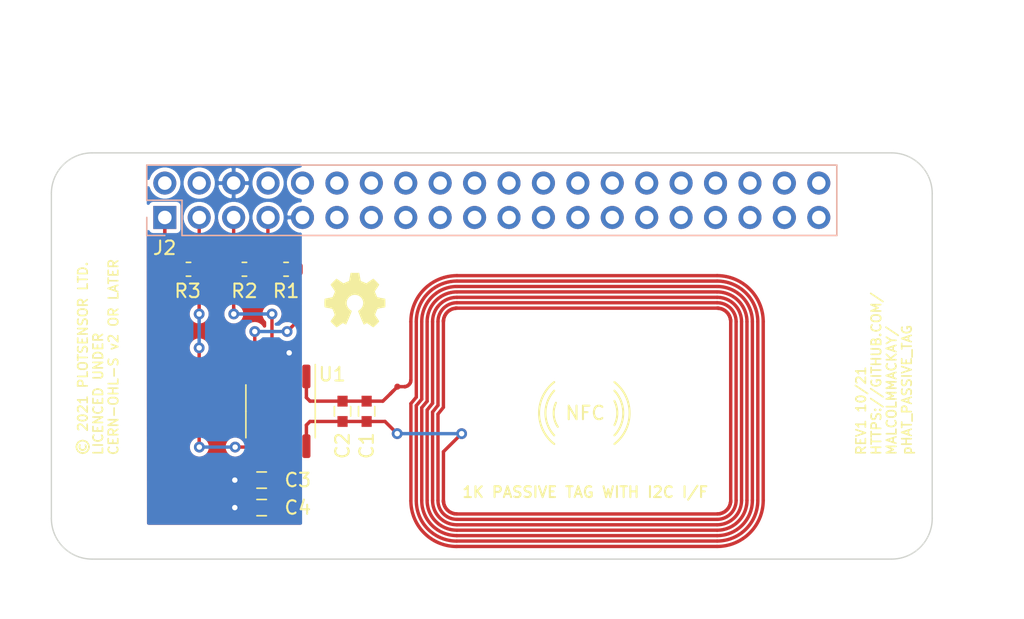
<source format=kicad_pcb>
(kicad_pcb (version 20171130) (host pcbnew "(5.1.5)-3")

  (general
    (thickness 1.6)
    (drawings 22)
    (tracks 59)
    (zones 0)
    (modules 15)
    (nets 43)
  )

  (page A4)
  (title_block
    (title "RFM69HCW-868-S2 partial HAT for pi Zero")
    (date 2019-04-29)
    (rev 1)
    (company "MM Electronics")
    (comment 1 "MIT Licensed Open Source Hardware")
  )

  (layers
    (0 F.Cu signal)
    (31 B.Cu signal)
    (34 B.Paste user)
    (35 F.Paste user)
    (36 B.SilkS user)
    (37 F.SilkS user)
    (38 B.Mask user)
    (39 F.Mask user)
    (40 Dwgs.User user)
    (41 Cmts.User user)
    (44 Edge.Cuts user)
    (45 Margin user)
    (46 B.CrtYd user)
    (47 F.CrtYd user)
    (48 B.Fab user)
    (49 F.Fab user)
  )

  (setup
    (last_trace_width 0.25)
    (user_trace_width 0.01)
    (user_trace_width 0.02)
    (user_trace_width 0.05)
    (user_trace_width 0.1)
    (user_trace_width 0.2)
    (user_trace_width 0.254)
    (trace_clearance 0.2)
    (zone_clearance 0.3)
    (zone_45_only no)
    (trace_min 0.01)
    (via_size 0.6)
    (via_drill 0.4)
    (via_min_size 0.4)
    (via_min_drill 0.3)
    (user_via 0.8 0.4)
    (uvia_size 0.3)
    (uvia_drill 0.1)
    (uvias_allowed no)
    (uvia_min_size 0.2)
    (uvia_min_drill 0.1)
    (edge_width 0.1)
    (segment_width 0.2)
    (pcb_text_width 0.3)
    (pcb_text_size 1.5 1.5)
    (mod_edge_width 0.15)
    (mod_text_size 1 1)
    (mod_text_width 0.15)
    (pad_size 2.75 2.75)
    (pad_drill 2.75)
    (pad_to_mask_clearance 0)
    (aux_axis_origin 0 0)
    (visible_elements 7FFFFFFF)
    (pcbplotparams
      (layerselection 0x213e0_ffffffff)
      (usegerberextensions false)
      (usegerberattributes true)
      (usegerberadvancedattributes true)
      (creategerberjobfile false)
      (excludeedgelayer true)
      (linewidth 0.100000)
      (plotframeref true)
      (viasonmask false)
      (mode 1)
      (useauxorigin false)
      (hpglpennumber 1)
      (hpglpenspeed 20)
      (hpglpendiameter 15.000000)
      (psnegative false)
      (psa4output false)
      (plotreference true)
      (plotvalue true)
      (plotinvisibletext false)
      (padsonsilk false)
      (subtractmaskfromsilk true)
      (outputformat 1)
      (mirror false)
      (drillshape 0)
      (scaleselection 1)
      (outputdirectory "gerber/"))
  )

  (net 0 "")
  (net 1 "Net-(J2-Pad2)")
  (net 2 "Net-(J2-Pad4)")
  (net 3 "Net-(J2-Pad8)")
  (net 4 "Net-(J2-Pad10)")
  (net 5 "Net-(J2-Pad11)")
  (net 6 "Net-(J2-Pad12)")
  (net 7 "Net-(J2-Pad13)")
  (net 8 "Net-(J2-Pad15)")
  (net 9 "Net-(J2-Pad16)")
  (net 10 "Net-(J2-Pad18)")
  (net 11 "Net-(J2-Pad19)")
  (net 12 "Net-(J2-Pad21)")
  (net 13 "Net-(J2-Pad22)")
  (net 14 "Net-(J2-Pad23)")
  (net 15 "Net-(J2-Pad24)")
  (net 16 "Net-(J2-Pad26)")
  (net 17 "Net-(J2-Pad27)")
  (net 18 "Net-(J2-Pad28)")
  (net 19 "Net-(J2-Pad29)")
  (net 20 "Net-(J2-Pad31)")
  (net 21 "Net-(J2-Pad32)")
  (net 22 "Net-(J2-Pad33)")
  (net 23 "Net-(J2-Pad35)")
  (net 24 "Net-(J2-Pad36)")
  (net 25 "Net-(J2-Pad37)")
  (net 26 "Net-(J2-Pad38)")
  (net 27 "Net-(J2-Pad40)")
  (net 28 GND)
  (net 29 +3V3)
  (net 30 "Net-(U1-Pad7)")
  (net 31 "Net-(AE1-Pad2)")
  (net 32 "Net-(AE1-Pad1)")
  (net 33 "Net-(J2-Pad34)")
  (net 34 "Net-(J2-Pad30)")
  (net 35 "Net-(J2-Pad20)")
  (net 36 "Net-(J2-Pad17)")
  (net 37 /FD)
  (net 38 /SCL)
  (net 39 /SDA)
  (net 40 "Net-(J2-Pad39)")
  (net 41 "Net-(J2-Pad25)")
  (net 42 "Net-(J2-Pad14)")

  (net_class Default "This is the default net class."
    (clearance 0.2)
    (trace_width 0.25)
    (via_dia 0.6)
    (via_drill 0.4)
    (uvia_dia 0.3)
    (uvia_drill 0.1)
    (add_net +3V3)
    (add_net /FD)
    (add_net /SCL)
    (add_net /SDA)
    (add_net GND)
    (add_net "Net-(J2-Pad10)")
    (add_net "Net-(J2-Pad11)")
    (add_net "Net-(J2-Pad12)")
    (add_net "Net-(J2-Pad13)")
    (add_net "Net-(J2-Pad14)")
    (add_net "Net-(J2-Pad15)")
    (add_net "Net-(J2-Pad16)")
    (add_net "Net-(J2-Pad17)")
    (add_net "Net-(J2-Pad18)")
    (add_net "Net-(J2-Pad19)")
    (add_net "Net-(J2-Pad2)")
    (add_net "Net-(J2-Pad20)")
    (add_net "Net-(J2-Pad21)")
    (add_net "Net-(J2-Pad22)")
    (add_net "Net-(J2-Pad23)")
    (add_net "Net-(J2-Pad24)")
    (add_net "Net-(J2-Pad25)")
    (add_net "Net-(J2-Pad26)")
    (add_net "Net-(J2-Pad27)")
    (add_net "Net-(J2-Pad28)")
    (add_net "Net-(J2-Pad29)")
    (add_net "Net-(J2-Pad30)")
    (add_net "Net-(J2-Pad31)")
    (add_net "Net-(J2-Pad32)")
    (add_net "Net-(J2-Pad33)")
    (add_net "Net-(J2-Pad34)")
    (add_net "Net-(J2-Pad35)")
    (add_net "Net-(J2-Pad36)")
    (add_net "Net-(J2-Pad37)")
    (add_net "Net-(J2-Pad38)")
    (add_net "Net-(J2-Pad39)")
    (add_net "Net-(J2-Pad4)")
    (add_net "Net-(J2-Pad40)")
    (add_net "Net-(J2-Pad8)")
    (add_net "Net-(U1-Pad7)")
  )

  (net_class RF ""
    (clearance 0.2)
    (trace_width 0.5)
    (via_dia 0.6)
    (via_drill 0.4)
    (uvia_dia 0.3)
    (uvia_drill 0.1)
    (add_net "Net-(AE1-Pad1)")
    (add_net "Net-(AE1-Pad2)")
  )

  (module CUPL:Class_6_NXP_7loop_150u_OUTSIDE (layer F.Cu) (tedit 616E959B) (tstamp 616B3225)
    (at 73.66 52.324)
    (path /616BA367)
    (fp_text reference AE1 (at 0 0.5) (layer F.SilkS) hide
      (effects (font (size 1 1) (thickness 0.15)))
    )
    (fp_text value Antenna_Loop (at 0 -0.5) (layer F.Fab) hide
      (effects (font (size 1 1) (thickness 0.15)))
    )
    (fp_arc (start -9.58997 -6.87288) (end -9.58997 -9.87293) (angle -90) (layer F.Cu) (width 0.24994))
    (fp_arc (start 9.60989 6.32699) (end 12.60994 6.32699) (angle 90) (layer F.Cu) (width 0.24994))
    (fp_arc (start 9.60989 -6.87288) (end 9.60989 -9.87293) (angle 90) (layer F.Cu) (width 0.24994))
    (fp_line (start -12.59 -0.675) (end -12.19 -1.15) (layer F.Cu) (width 0.24994))
    (fp_line (start -12.19 -1.15) (end -12.19 -6.87288) (layer F.Cu) (width 0.24994))
    (fp_line (start -12.59 -0.675) (end -12.59 6.35) (layer F.Cu) (width 0.24994))
    (fp_line (start -9.6 9.32704) (end 9.60989 9.32704) (layer F.Cu) (width 0.24994))
    (fp_line (start 9.60989 -9.87293) (end -9.58997 -9.87293) (layer F.Cu) (width 0.24994))
    (fp_line (start 12.60994 6.32699) (end 12.60994 -6.87288) (layer F.Cu) (width 0.24994))
    (fp_line (start -9.2456 1.397) (end -14 1.3955) (layer B.Cu) (width 0.25))
    (fp_line (start -12.99154 -2.52938) (end -12.99027 -2.55123) (layer F.Cu) (width 0.24994))
    (fp_line (start -12.99408 -2.50779) (end -12.99154 -2.52938) (layer F.Cu) (width 0.24994))
    (fp_line (start -12.99738 -2.4862) (end -12.99408 -2.50779) (layer F.Cu) (width 0.24994))
    (fp_line (start -13.00678 -2.44353) (end -13.0017 -2.46487) (layer F.Cu) (width 0.24994))
    (fp_line (start -13.01287 -2.4227) (end -13.00678 -2.44353) (layer F.Cu) (width 0.24994))
    (fp_line (start -13.01998 -2.40213) (end -13.01287 -2.4227) (layer F.Cu) (width 0.24994))
    (fp_line (start -13.02786 -2.38155) (end -13.01998 -2.40213) (layer F.Cu) (width 0.24994))
    (fp_line (start -13.03649 -2.36174) (end -13.02786 -2.38155) (layer F.Cu) (width 0.24994))
    (fp_line (start -13.04615 -2.34218) (end -13.03649 -2.36174) (layer F.Cu) (width 0.24994))
    (fp_line (start -13.05681 -2.32313) (end -13.04615 -2.34218) (layer F.Cu) (width 0.24994))
    (fp_line (start -13.06799 -2.30434) (end -13.05681 -2.32313) (layer F.Cu) (width 0.24994))
    (fp_line (start -13.08018 -2.2863) (end -13.06799 -2.30434) (layer F.Cu) (width 0.24994))
    (fp_line (start -13.0017 -2.46487) (end -12.99738 -2.4862) (layer F.Cu) (width 0.24994))
    (fp_line (start -13.09314 -2.26852) (end -13.08018 -2.2863) (layer F.Cu) (width 0.24994))
    (fp_line (start -13.10685 -2.25151) (end -13.09314 -2.26852) (layer F.Cu) (width 0.24994))
    (fp_line (start -13.12108 -2.23525) (end -13.10685 -2.25151) (layer F.Cu) (width 0.24994))
    (fp_line (start -13.13632 -2.2195) (end -13.12108 -2.23525) (layer F.Cu) (width 0.24994))
    (fp_line (start -13.15206 -2.20426) (end -13.13632 -2.2195) (layer F.Cu) (width 0.24994))
    (fp_line (start -13.16832 -2.19004) (end -13.15206 -2.20426) (layer F.Cu) (width 0.24994))
    (fp_line (start -13.18534 -2.17632) (end -13.16832 -2.19004) (layer F.Cu) (width 0.24994))
    (fp_line (start -13.40302 -2.08056) (end -13.38168 -2.08488) (layer F.Cu) (width 0.24994))
    (fp_line (start -13.41804 -2.07345) (end -13.3962 -2.07472) (layer F.Cu) (width 0.24994))
    (fp_line (start -13.42461 -2.07726) (end -13.40302 -2.08056) (layer F.Cu) (width 0.24994))
    (fp_line (start -13.4462 -2.07472) (end -13.42461 -2.07726) (layer F.Cu) (width 0.24994))
    (fp_line (start -13.987 -2.0765) (end -13.43988 -2.07294) (layer F.Cu) (width 0.24994))
    (fp_line (start -13.43988 -2.07294) (end -13.41804 -2.07345) (layer F.Cu) (width 0.24994))
    (fp_line (start -13.20312 -2.16337) (end -13.18534 -2.17632) (layer F.Cu) (width 0.24994))
    (fp_line (start -13.38168 -2.08488) (end -13.36034 -2.08996) (layer F.Cu) (width 0.24994))
    (fp_line (start -13.36034 -2.08996) (end -13.33952 -2.09606) (layer F.Cu) (width 0.24994))
    (fp_line (start -13.259 -2.12933) (end -13.23969 -2.14) (layer F.Cu) (width 0.24994))
    (fp_line (start -13.33952 -2.09606) (end -13.31894 -2.10317) (layer F.Cu) (width 0.24994))
    (fp_line (start -13.31894 -2.10317) (end -13.29837 -2.11104) (layer F.Cu) (width 0.24994))
    (fp_line (start -13.29837 -2.11104) (end -13.27856 -2.11968) (layer F.Cu) (width 0.24994))
    (fp_line (start -13.27856 -2.11968) (end -13.259 -2.12933) (layer F.Cu) (width 0.24994))
    (fp_line (start -13.23969 -2.14) (end -13.22115 -2.15118) (layer F.Cu) (width 0.24994))
    (fp_line (start -13.22115 -2.15118) (end -13.20312 -2.16337) (layer F.Cu) (width 0.24994))
    (fp_line (start -12.99027 -2.55123) (end -12.98976 -2.57307) (layer F.Cu) (width 0.24994))
    (fp_line (start -9.62146 7.32648) (end -9.58997 7.32699) (layer F.Cu) (width 0.24994))
    (fp_line (start -9.6527 7.32496) (end -9.62146 7.32648) (layer F.Cu) (width 0.24994))
    (fp_line (start -9.6842 7.32267) (end -9.6527 7.32496) (layer F.Cu) (width 0.24994))
    (fp_line (start -9.71519 7.31911) (end -9.6842 7.32267) (layer F.Cu) (width 0.24994))
    (fp_line (start -9.74643 7.3148) (end -9.71519 7.31911) (layer F.Cu) (width 0.24994))
    (fp_line (start -9.77742 7.30921) (end -9.74643 7.3148) (layer F.Cu) (width 0.24994))
    (fp_line (start -9.80815 7.30286) (end -9.77742 7.30921) (layer F.Cu) (width 0.24994))
    (fp_line (start -9.83863 7.29549) (end -9.80815 7.30286) (layer F.Cu) (width 0.24994))
    (fp_line (start -9.86886 7.28736) (end -9.83863 7.29549) (layer F.Cu) (width 0.24994))
    (fp_line (start -9.89908 7.27797) (end -9.86886 7.28736) (layer F.Cu) (width 0.24994))
    (fp_line (start -9.9288 7.26781) (end -9.89908 7.27797) (layer F.Cu) (width 0.24994))
    (fp_line (start -9.95801 7.25688) (end -9.9288 7.26781) (layer F.Cu) (width 0.24994))
    (fp_line (start -9.98722 7.24469) (end -9.95801 7.25688) (layer F.Cu) (width 0.24994))
    (fp_line (start -10.01567 7.23174) (end -9.98722 7.24469) (layer F.Cu) (width 0.24994))
    (fp_line (start -10.04386 7.21802) (end -10.01567 7.23174) (layer F.Cu) (width 0.24994))
    (fp_line (start -10.0718 7.20329) (end -10.04386 7.21802) (layer F.Cu) (width 0.24994))
    (fp_line (start -10.09898 7.1878) (end -10.0718 7.20329) (layer F.Cu) (width 0.24994))
    (fp_line (start -10.12591 7.17129) (end -10.09898 7.1878) (layer F.Cu) (width 0.24994))
    (fp_line (start -10.15207 7.15401) (end -10.12591 7.17129) (layer F.Cu) (width 0.24994))
    (fp_line (start -10.17772 7.13598) (end -10.15207 7.15401) (layer F.Cu) (width 0.24994))
    (fp_line (start -10.20287 7.11718) (end -10.17772 7.13598) (layer F.Cu) (width 0.24994))
    (fp_line (start -10.22751 7.09763) (end -10.20287 7.11718) (layer F.Cu) (width 0.24994))
    (fp_line (start -10.25138 7.07705) (end -10.22751 7.09763) (layer F.Cu) (width 0.24994))
    (fp_line (start -10.2745 7.05597) (end -10.25138 7.07705) (layer F.Cu) (width 0.24994))
    (fp_line (start -10.2971 7.03413) (end -10.2745 7.05597) (layer F.Cu) (width 0.24994))
    (fp_line (start -10.31895 7.01152) (end -10.2971 7.03413) (layer F.Cu) (width 0.24994))
    (fp_line (start -10.34003 6.98841) (end -10.31895 7.01152) (layer F.Cu) (width 0.24994))
    (fp_line (start -10.3606 6.96453) (end -10.34003 6.98841) (layer F.Cu) (width 0.24994))
    (fp_line (start -10.38016 6.93989) (end -10.3606 6.96453) (layer F.Cu) (width 0.24994))
    (fp_line (start -10.39896 6.91475) (end -10.38016 6.93989) (layer F.Cu) (width 0.24994))
    (fp_line (start -10.41699 6.88909) (end -10.39896 6.91475) (layer F.Cu) (width 0.24994))
    (fp_line (start -10.43426 6.86293) (end -10.41699 6.88909) (layer F.Cu) (width 0.24994))
    (fp_line (start -10.45077 6.83601) (end -10.43426 6.86293) (layer F.Cu) (width 0.24994))
    (fp_line (start -10.46627 6.80883) (end -10.45077 6.83601) (layer F.Cu) (width 0.24994))
    (fp_line (start -10.481 6.78089) (end -10.46627 6.80883) (layer F.Cu) (width 0.24994))
    (fp_line (start -10.49471 6.75269) (end -10.481 6.78089) (layer F.Cu) (width 0.24994))
    (fp_line (start -10.50767 6.72425) (end -10.49471 6.75269) (layer F.Cu) (width 0.24994))
    (fp_line (start -10.51986 6.69504) (end -10.50767 6.72425) (layer F.Cu) (width 0.24994))
    (fp_line (start -10.53078 6.66583) (end -10.51986 6.69504) (layer F.Cu) (width 0.24994))
    (fp_line (start -10.54094 6.63611) (end -10.53078 6.66583) (layer F.Cu) (width 0.24994))
    (fp_line (start -10.55034 6.60588) (end -10.54094 6.63611) (layer F.Cu) (width 0.24994))
    (fp_line (start -10.55847 6.57566) (end -10.55034 6.60588) (layer F.Cu) (width 0.24994))
    (fp_line (start -10.56583 6.54518) (end -10.55847 6.57566) (layer F.Cu) (width 0.24994))
    (fp_line (start -10.57218 6.51444) (end -10.56583 6.54518) (layer F.Cu) (width 0.24994))
    (fp_line (start -10.57777 6.48345) (end -10.57218 6.51444) (layer F.Cu) (width 0.24994))
    (fp_line (start -10.58209 6.45221) (end -10.57777 6.48345) (layer F.Cu) (width 0.24994))
    (fp_line (start -10.58565 6.42122) (end -10.58209 6.45221) (layer F.Cu) (width 0.24994))
    (fp_line (start -10.58793 6.38973) (end -10.58565 6.42122) (layer F.Cu) (width 0.24994))
    (fp_line (start -10.58946 6.35849) (end -10.58793 6.38973) (layer F.Cu) (width 0.24994))
    (fp_line (start -10.58996 6.32699) (end -10.58946 6.35849) (layer F.Cu) (width 0.24994))
    (fp_line (start 10.60938 6.35849) (end 10.60989 6.32699) (layer F.Cu) (width 0.24994))
    (fp_line (start 10.60786 6.38973) (end 10.60938 6.35849) (layer F.Cu) (width 0.24994))
    (fp_line (start 10.60557 6.42122) (end 10.60786 6.38973) (layer F.Cu) (width 0.24994))
    (fp_line (start 10.60202 6.45221) (end 10.60557 6.42122) (layer F.Cu) (width 0.24994))
    (fp_line (start 10.5977 6.48345) (end 10.60202 6.45221) (layer F.Cu) (width 0.24994))
    (fp_line (start 10.59211 6.51444) (end 10.5977 6.48345) (layer F.Cu) (width 0.24994))
    (fp_line (start 10.58576 6.54518) (end 10.59211 6.51444) (layer F.Cu) (width 0.24994))
    (fp_line (start 10.5784 6.57566) (end 10.58576 6.54518) (layer F.Cu) (width 0.24994))
    (fp_line (start 10.57027 6.60588) (end 10.5784 6.57566) (layer F.Cu) (width 0.24994))
    (fp_line (start 10.56087 6.63611) (end 10.57027 6.60588) (layer F.Cu) (width 0.24994))
    (fp_line (start 10.55071 6.66583) (end 10.56087 6.63611) (layer F.Cu) (width 0.24994))
    (fp_line (start 10.53979 6.69504) (end 10.55071 6.66583) (layer F.Cu) (width 0.24994))
    (fp_line (start 10.5276 6.72425) (end 10.53979 6.69504) (layer F.Cu) (width 0.24994))
    (fp_line (start 10.51464 6.75269) (end 10.5276 6.72425) (layer F.Cu) (width 0.24994))
    (fp_line (start 10.50093 6.78089) (end 10.51464 6.75269) (layer F.Cu) (width 0.24994))
    (fp_line (start 10.48619 6.80883) (end 10.50093 6.78089) (layer F.Cu) (width 0.24994))
    (fp_line (start 10.4707 6.83601) (end 10.48619 6.80883) (layer F.Cu) (width 0.24994))
    (fp_line (start 10.45419 6.86293) (end 10.4707 6.83601) (layer F.Cu) (width 0.24994))
    (fp_line (start 10.43692 6.88909) (end 10.45419 6.86293) (layer F.Cu) (width 0.24994))
    (fp_line (start 10.41888 6.91475) (end 10.43692 6.88909) (layer F.Cu) (width 0.24994))
    (fp_line (start 10.40009 6.93989) (end 10.41888 6.91475) (layer F.Cu) (width 0.24994))
    (fp_line (start 10.38053 6.96453) (end 10.40009 6.93989) (layer F.Cu) (width 0.24994))
    (fp_line (start 10.35996 6.98841) (end 10.38053 6.96453) (layer F.Cu) (width 0.24994))
    (fp_line (start 10.33887 7.01152) (end 10.35996 6.98841) (layer F.Cu) (width 0.24994))
    (fp_line (start 10.31703 7.03413) (end 10.33887 7.01152) (layer F.Cu) (width 0.24994))
    (fp_line (start 10.29442 7.05597) (end 10.31703 7.03413) (layer F.Cu) (width 0.24994))
    (fp_line (start 10.27131 7.07705) (end 10.29442 7.05597) (layer F.Cu) (width 0.24994))
    (fp_line (start 10.24743 7.09763) (end 10.27131 7.07705) (layer F.Cu) (width 0.24994))
    (fp_line (start 10.2228 7.11718) (end 10.24743 7.09763) (layer F.Cu) (width 0.24994))
    (fp_line (start 10.19765 7.13598) (end 10.2228 7.11718) (layer F.Cu) (width 0.24994))
    (fp_line (start 10.172 7.15401) (end 10.19765 7.13598) (layer F.Cu) (width 0.24994))
    (fp_line (start 10.14583 7.17129) (end 10.172 7.15401) (layer F.Cu) (width 0.24994))
    (fp_line (start 10.11891 7.1878) (end 10.14583 7.17129) (layer F.Cu) (width 0.24994))
    (fp_line (start 10.09173 7.20329) (end 10.11891 7.1878) (layer F.Cu) (width 0.24994))
    (fp_line (start 10.06379 7.21802) (end 10.09173 7.20329) (layer F.Cu) (width 0.24994))
    (fp_line (start 10.0356 7.23174) (end 10.06379 7.21802) (layer F.Cu) (width 0.24994))
    (fp_line (start 10.00715 7.24469) (end 10.0356 7.23174) (layer F.Cu) (width 0.24994))
    (fp_line (start 9.97794 7.25688) (end 10.00715 7.24469) (layer F.Cu) (width 0.24994))
    (fp_line (start 9.94873 7.26781) (end 9.97794 7.25688) (layer F.Cu) (width 0.24994))
    (fp_line (start 9.91901 7.27797) (end 9.94873 7.26781) (layer F.Cu) (width 0.24994))
    (fp_line (start 9.88879 7.28736) (end 9.91901 7.27797) (layer F.Cu) (width 0.24994))
    (fp_line (start 9.85856 7.29549) (end 9.88879 7.28736) (layer F.Cu) (width 0.24994))
    (fp_line (start 9.82808 7.30286) (end 9.85856 7.29549) (layer F.Cu) (width 0.24994))
    (fp_line (start 9.79735 7.30921) (end 9.82808 7.30286) (layer F.Cu) (width 0.24994))
    (fp_line (start 9.76636 7.3148) (end 9.79735 7.30921) (layer F.Cu) (width 0.24994))
    (fp_line (start 9.73512 7.31911) (end 9.76636 7.3148) (layer F.Cu) (width 0.24994))
    (fp_line (start 9.70413 7.32267) (end 9.73512 7.31911) (layer F.Cu) (width 0.24994))
    (fp_line (start 9.67263 7.32496) (end 9.70413 7.32267) (layer F.Cu) (width 0.24994))
    (fp_line (start 9.64139 7.32648) (end 9.67263 7.32496) (layer F.Cu) (width 0.24994))
    (fp_line (start 9.60989 7.32699) (end 9.64139 7.32648) (layer F.Cu) (width 0.24994))
    (fp_line (start 9.64139 -7.87237) (end 9.60989 -7.87288) (layer F.Cu) (width 0.24994))
    (fp_line (start 9.67263 -7.87085) (end 9.64139 -7.87237) (layer F.Cu) (width 0.24994))
    (fp_line (start 9.70413 -7.86856) (end 9.67263 -7.87085) (layer F.Cu) (width 0.24994))
    (fp_line (start 9.73512 -7.86501) (end 9.70413 -7.86856) (layer F.Cu) (width 0.24994))
    (fp_line (start 9.76636 -7.86069) (end 9.73512 -7.86501) (layer F.Cu) (width 0.24994))
    (fp_line (start 9.79735 -7.8551) (end 9.76636 -7.86069) (layer F.Cu) (width 0.24994))
    (fp_line (start 9.82808 -7.84875) (end 9.79735 -7.8551) (layer F.Cu) (width 0.24994))
    (fp_line (start 9.85856 -7.84138) (end 9.82808 -7.84875) (layer F.Cu) (width 0.24994))
    (fp_line (start 9.88879 -7.83326) (end 9.85856 -7.84138) (layer F.Cu) (width 0.24994))
    (fp_line (start 9.91901 -7.82386) (end 9.88879 -7.83326) (layer F.Cu) (width 0.24994))
    (fp_line (start 9.94873 -7.8137) (end 9.91901 -7.82386) (layer F.Cu) (width 0.24994))
    (fp_line (start 9.97794 -7.80278) (end 9.94873 -7.8137) (layer F.Cu) (width 0.24994))
    (fp_line (start 10.00715 -7.79058) (end 9.97794 -7.80278) (layer F.Cu) (width 0.24994))
    (fp_line (start 10.0356 -7.77763) (end 10.00715 -7.79058) (layer F.Cu) (width 0.24994))
    (fp_line (start 10.06379 -7.76391) (end 10.0356 -7.77763) (layer F.Cu) (width 0.24994))
    (fp_line (start 10.09173 -7.74918) (end 10.06379 -7.76391) (layer F.Cu) (width 0.24994))
    (fp_line (start 10.11891 -7.73369) (end 10.09173 -7.74918) (layer F.Cu) (width 0.24994))
    (fp_line (start 10.14583 -7.71718) (end 10.11891 -7.73369) (layer F.Cu) (width 0.24994))
    (fp_line (start 10.172 -7.69991) (end 10.14583 -7.71718) (layer F.Cu) (width 0.24994))
    (fp_line (start 10.19765 -7.68187) (end 10.172 -7.69991) (layer F.Cu) (width 0.24994))
    (fp_line (start 10.2228 -7.66308) (end 10.19765 -7.68187) (layer F.Cu) (width 0.24994))
    (fp_line (start 10.24743 -7.64352) (end 10.2228 -7.66308) (layer F.Cu) (width 0.24994))
    (fp_line (start 10.27131 -7.62294) (end 10.24743 -7.64352) (layer F.Cu) (width 0.24994))
    (fp_line (start 10.29442 -7.60186) (end 10.27131 -7.62294) (layer F.Cu) (width 0.24994))
    (fp_line (start 10.31703 -7.58002) (end 10.29442 -7.60186) (layer F.Cu) (width 0.24994))
    (fp_line (start 10.33887 -7.55741) (end 10.31703 -7.58002) (layer F.Cu) (width 0.24994))
    (fp_line (start 10.35996 -7.5343) (end 10.33887 -7.55741) (layer F.Cu) (width 0.24994))
    (fp_line (start 10.38053 -7.51042) (end 10.35996 -7.5343) (layer F.Cu) (width 0.24994))
    (fp_line (start 10.40009 -7.48578) (end 10.38053 -7.51042) (layer F.Cu) (width 0.24994))
    (fp_line (start 10.41888 -7.46064) (end 10.40009 -7.48578) (layer F.Cu) (width 0.24994))
    (fp_line (start 10.43692 -7.43498) (end 10.41888 -7.46064) (layer F.Cu) (width 0.24994))
    (fp_line (start 10.45419 -7.40882) (end 10.43692 -7.43498) (layer F.Cu) (width 0.24994))
    (fp_line (start 10.4707 -7.3819) (end 10.45419 -7.40882) (layer F.Cu) (width 0.24994))
    (fp_line (start 10.48619 -7.35472) (end 10.4707 -7.3819) (layer F.Cu) (width 0.24994))
    (fp_line (start 10.50093 -7.32678) (end 10.48619 -7.35472) (layer F.Cu) (width 0.24994))
    (fp_line (start 10.51464 -7.29859) (end 10.50093 -7.32678) (layer F.Cu) (width 0.24994))
    (fp_line (start 10.5276 -7.27014) (end 10.51464 -7.29859) (layer F.Cu) (width 0.24994))
    (fp_line (start 10.53979 -7.24093) (end 10.5276 -7.27014) (layer F.Cu) (width 0.24994))
    (fp_line (start 10.55071 -7.21172) (end 10.53979 -7.24093) (layer F.Cu) (width 0.24994))
    (fp_line (start 10.56087 -7.182) (end 10.55071 -7.21172) (layer F.Cu) (width 0.24994))
    (fp_line (start 10.57027 -7.15177) (end 10.56087 -7.182) (layer F.Cu) (width 0.24994))
    (fp_line (start 10.5784 -7.12155) (end 10.57027 -7.15177) (layer F.Cu) (width 0.24994))
    (fp_line (start 10.58576 -7.09107) (end 10.5784 -7.12155) (layer F.Cu) (width 0.24994))
    (fp_line (start 10.59211 -7.06033) (end 10.58576 -7.09107) (layer F.Cu) (width 0.24994))
    (fp_line (start 10.5977 -7.02935) (end 10.59211 -7.06033) (layer F.Cu) (width 0.24994))
    (fp_line (start 10.60202 -6.9981) (end 10.5977 -7.02935) (layer F.Cu) (width 0.24994))
    (fp_line (start 10.60557 -6.96712) (end 10.60202 -6.9981) (layer F.Cu) (width 0.24994))
    (fp_line (start 10.60786 -6.93562) (end 10.60557 -6.96712) (layer F.Cu) (width 0.24994))
    (fp_line (start 10.60938 -6.90438) (end 10.60786 -6.93562) (layer F.Cu) (width 0.24994))
    (fp_line (start 10.60989 -6.87288) (end 10.60938 -6.90438) (layer F.Cu) (width 0.24994))
    (fp_line (start -10.58946 -6.90438) (end -10.58996 -6.87288) (layer F.Cu) (width 0.24994))
    (fp_line (start -10.58793 -6.93562) (end -10.58946 -6.90438) (layer F.Cu) (width 0.24994))
    (fp_line (start -10.58565 -6.96712) (end -10.58793 -6.93562) (layer F.Cu) (width 0.24994))
    (fp_line (start -10.58209 -6.9981) (end -10.58565 -6.96712) (layer F.Cu) (width 0.24994))
    (fp_line (start -10.57777 -7.02935) (end -10.58209 -6.9981) (layer F.Cu) (width 0.24994))
    (fp_line (start -10.57218 -7.06033) (end -10.57777 -7.02935) (layer F.Cu) (width 0.24994))
    (fp_line (start -10.56583 -7.09107) (end -10.57218 -7.06033) (layer F.Cu) (width 0.24994))
    (fp_line (start -10.55847 -7.12155) (end -10.56583 -7.09107) (layer F.Cu) (width 0.24994))
    (fp_line (start -10.55034 -7.15177) (end -10.55847 -7.12155) (layer F.Cu) (width 0.24994))
    (fp_line (start -10.54094 -7.182) (end -10.55034 -7.15177) (layer F.Cu) (width 0.24994))
    (fp_line (start -10.53078 -7.21172) (end -10.54094 -7.182) (layer F.Cu) (width 0.24994))
    (fp_line (start -10.51986 -7.24093) (end -10.53078 -7.21172) (layer F.Cu) (width 0.24994))
    (fp_line (start -10.50767 -7.27014) (end -10.51986 -7.24093) (layer F.Cu) (width 0.24994))
    (fp_line (start -10.49471 -7.29859) (end -10.50767 -7.27014) (layer F.Cu) (width 0.24994))
    (fp_line (start -10.481 -7.32678) (end -10.49471 -7.29859) (layer F.Cu) (width 0.24994))
    (fp_line (start -10.46627 -7.35472) (end -10.481 -7.32678) (layer F.Cu) (width 0.24994))
    (fp_line (start -10.45077 -7.3819) (end -10.46627 -7.35472) (layer F.Cu) (width 0.24994))
    (fp_line (start -10.43426 -7.40882) (end -10.45077 -7.3819) (layer F.Cu) (width 0.24994))
    (fp_line (start -10.41699 -7.43498) (end -10.43426 -7.40882) (layer F.Cu) (width 0.24994))
    (fp_line (start -10.39896 -7.46064) (end -10.41699 -7.43498) (layer F.Cu) (width 0.24994))
    (fp_line (start -10.38016 -7.48578) (end -10.39896 -7.46064) (layer F.Cu) (width 0.24994))
    (fp_line (start -10.3606 -7.51042) (end -10.38016 -7.48578) (layer F.Cu) (width 0.24994))
    (fp_line (start -10.34003 -7.5343) (end -10.3606 -7.51042) (layer F.Cu) (width 0.24994))
    (fp_line (start -10.31895 -7.55741) (end -10.34003 -7.5343) (layer F.Cu) (width 0.24994))
    (fp_line (start -10.2971 -7.58002) (end -10.31895 -7.55741) (layer F.Cu) (width 0.24994))
    (fp_line (start -10.2745 -7.60186) (end -10.2971 -7.58002) (layer F.Cu) (width 0.24994))
    (fp_line (start -10.25138 -7.62294) (end -10.2745 -7.60186) (layer F.Cu) (width 0.24994))
    (fp_line (start -10.22751 -7.64352) (end -10.25138 -7.62294) (layer F.Cu) (width 0.24994))
    (fp_line (start -10.20287 -7.66308) (end -10.22751 -7.64352) (layer F.Cu) (width 0.24994))
    (fp_line (start -10.17772 -7.68187) (end -10.20287 -7.66308) (layer F.Cu) (width 0.24994))
    (fp_line (start -10.15207 -7.69991) (end -10.17772 -7.68187) (layer F.Cu) (width 0.24994))
    (fp_line (start -10.12591 -7.71718) (end -10.15207 -7.69991) (layer F.Cu) (width 0.24994))
    (fp_line (start -10.09898 -7.73369) (end -10.12591 -7.71718) (layer F.Cu) (width 0.24994))
    (fp_line (start -10.0718 -7.74918) (end -10.09898 -7.73369) (layer F.Cu) (width 0.24994))
    (fp_line (start -10.04386 -7.76391) (end -10.0718 -7.74918) (layer F.Cu) (width 0.24994))
    (fp_line (start -10.01567 -7.77763) (end -10.04386 -7.76391) (layer F.Cu) (width 0.24994))
    (fp_line (start -9.98722 -7.79058) (end -10.01567 -7.77763) (layer F.Cu) (width 0.24994))
    (fp_line (start -9.95801 -7.80278) (end -9.98722 -7.79058) (layer F.Cu) (width 0.24994))
    (fp_line (start -9.9288 -7.8137) (end -9.95801 -7.80278) (layer F.Cu) (width 0.24994))
    (fp_line (start -9.89908 -7.82386) (end -9.9288 -7.8137) (layer F.Cu) (width 0.24994))
    (fp_line (start -9.86886 -7.83326) (end -9.89908 -7.82386) (layer F.Cu) (width 0.24994))
    (fp_line (start -9.83863 -7.84138) (end -9.86886 -7.83326) (layer F.Cu) (width 0.24994))
    (fp_line (start -9.80815 -7.84875) (end -9.83863 -7.84138) (layer F.Cu) (width 0.24994))
    (fp_line (start -9.77742 -7.8551) (end -9.80815 -7.84875) (layer F.Cu) (width 0.24994))
    (fp_line (start -9.74643 -7.86069) (end -9.77742 -7.8551) (layer F.Cu) (width 0.24994))
    (fp_line (start -9.71519 -7.86501) (end -9.74643 -7.86069) (layer F.Cu) (width 0.24994))
    (fp_line (start -9.6842 -7.86856) (end -9.71519 -7.86501) (layer F.Cu) (width 0.24994))
    (fp_line (start -9.6527 -7.87085) (end -9.6842 -7.86856) (layer F.Cu) (width 0.24994))
    (fp_line (start -9.62146 -7.87237) (end -9.6527 -7.87085) (layer F.Cu) (width 0.24994))
    (fp_line (start -9.58997 -7.87288) (end -9.62146 -7.87237) (layer F.Cu) (width 0.24994))
    (fp_line (start -12.99001 -6.87288) (end -12.99001 -2.57307) (layer F.Cu) (width 0.24994))
    (fp_line (start 9.60989 -7.87288) (end -9.58997 -7.87288) (layer F.Cu) (width 0.24994))
    (fp_line (start -9.58997 -8.27289) (end 9.60989 -8.27289) (layer F.Cu) (width 0.24994))
    (fp_line (start 9.60989 -8.6729) (end -9.58997 -8.6729) (layer F.Cu) (width 0.24994))
    (fp_line (start -9.58997 -9.07292) (end 9.60989 -9.07292) (layer F.Cu) (width 0.24994))
    (fp_line (start 9.60989 -9.47293) (end -9.58997 -9.47293) (layer F.Cu) (width 0.24994))
    (fp_line (start 10.60989 6.32699) (end 10.60989 -6.87288) (layer F.Cu) (width 0.24994))
    (fp_line (start 11.0099 -6.87288) (end 11.0099 6.32699) (layer F.Cu) (width 0.24994))
    (fp_line (start 11.40992 6.32699) (end 11.40992 -6.87288) (layer F.Cu) (width 0.24994))
    (fp_line (start 11.80993 -6.87288) (end 11.80993 6.32699) (layer F.Cu) (width 0.24994))
    (fp_line (start 12.20994 6.32699) (end 12.20994 -6.87288) (layer F.Cu) (width 0.24994))
    (fp_line (start -9.58997 7.32699) (end 9.60989 7.32699) (layer F.Cu) (width 0.24994))
    (fp_line (start 9.60989 7.727) (end -9.58997 7.727) (layer F.Cu) (width 0.24994))
    (fp_line (start -9.58997 8.12701) (end 9.60989 8.12701) (layer F.Cu) (width 0.24994))
    (fp_line (start 9.60989 8.52702) (end -9.58997 8.52702) (layer F.Cu) (width 0.24994))
    (fp_line (start -9.60989 8.92704) (end 9.60989 8.92704) (layer F.Cu) (width 0.24994))
    (fp_line (start -12.19001 -0.525) (end -12.19001 6.32699) (layer F.Cu) (width 0.24994))
    (fp_line (start -10.5859 2.72695) (end -9.25 1.4) (layer F.Cu) (width 0.24994))
    (fp_line (start -10.58996 6.32699) (end -10.5859 2.72695) (layer F.Cu) (width 0.24994))
    (fp_line (start -10.98998 -0.05) (end -10.98998 6.32699) (layer F.Cu) (width 0.24994))
    (fp_line (start -10.58996 -0.55) (end -10.98998 -0.05) (layer F.Cu) (width 0.24994))
    (fp_line (start -10.58996 -6.87288) (end -10.58996 -0.55) (layer F.Cu) (width 0.24994))
    (fp_line (start -10.98998 -0.7) (end -10.98998 -6.87288) (layer F.Cu) (width 0.24994))
    (fp_line (start -11.38999 -0.2) (end -10.98998 -0.7) (layer F.Cu) (width 0.24994))
    (fp_line (start -11.38999 6.32699) (end -11.38999 -0.2) (layer F.Cu) (width 0.24994))
    (fp_line (start -11.79 -0.35) (end -11.79 6.32699) (layer F.Cu) (width 0.24994))
    (fp_line (start -11.38999 -0.85) (end -11.79 -0.35) (layer F.Cu) (width 0.24994))
    (fp_line (start -11.38999 -6.87288) (end -11.38999 -0.85) (layer F.Cu) (width 0.24994))
    (fp_line (start -11.79 -1) (end -11.79 -6.87288) (layer F.Cu) (width 0.24994))
    (fp_line (start -12.19001 -0.525) (end -11.79 -1) (layer F.Cu) (width 0.24994))
    (fp_arc (start 9.60989 6.32699) (end 12.20994 6.30398) (angle 90.50704466) (layer F.Cu) (width 0.24994))
    (fp_arc (start 9.60989 6.32699) (end 11.80993 6.32699) (angle 90) (layer F.Cu) (width 0.24994))
    (fp_arc (start 9.61096 6.32699) (end 11.40992 6.32699) (angle 90) (layer F.Cu) (width 0.24994))
    (fp_arc (start 9.61096 6.32699) (end 11.0099 6.32699) (angle 90) (layer F.Cu) (width 0.24994))
    (fp_arc (start 9.60989 -6.87288) (end 9.60989 -9.47293) (angle 90) (layer F.Cu) (width 0.24994))
    (fp_arc (start 9.60989 -6.87288) (end 9.60989 -9.07292) (angle 90) (layer F.Cu) (width 0.24994))
    (fp_arc (start 9.60989 -6.87288) (end 9.60989 -8.6729) (angle 90) (layer F.Cu) (width 0.24994))
    (fp_arc (start 9.60989 -6.87288) (end 9.60989 -8.27289) (angle 90) (layer F.Cu) (width 0.24994))
    (fp_arc (start -9.6 6.335) (end -12.19001 6.32699) (angle -90.27293824) (layer F.Cu) (width 0.24994))
    (fp_arc (start -9.61 6.35) (end -12.59 6.365) (angle -89.80740668) (layer F.Cu) (width 0.24994))
    (fp_arc (start -9.6 6.335) (end -11.79 6.32699) (angle -90.30526199) (layer F.Cu) (width 0.24994))
    (fp_arc (start -9.6 6.335) (end -11.38999 6.32699) (angle -90.35209633) (layer F.Cu) (width 0.24994))
    (fp_arc (start -9.6 6.335) (end -10.98998 6.32699) (angle -90.42588583) (layer F.Cu) (width 0.24994))
    (fp_arc (start -9.58997 -6.87288) (end -9.58997 -9.47293) (angle -90) (layer F.Cu) (width 0.24994))
    (fp_arc (start -9.58997 -6.87288) (end -9.58997 -9.07292) (angle -90) (layer F.Cu) (width 0.24994))
    (fp_arc (start -9.58997 -6.87288) (end -9.58997 -8.6729) (angle -90) (layer F.Cu) (width 0.24994))
    (fp_arc (start -9.58997 -6.87288) (end -9.58997 -8.27289) (angle -90) (layer F.Cu) (width 0.24994))
    (fp_line (start 9.60989 -10.27293) (end -9.58997 -10.27293) (layer F.Cu) (width 0.24994))
    (fp_arc (start -9.58997 -6.87288) (end -9.58997 -10.27293) (angle -90) (layer F.Cu) (width 0.24994))
    (fp_line (start 13.00994 6.32699) (end 13.00994 -6.87288) (layer F.Cu) (width 0.24994))
    (fp_arc (start 9.60989 -6.87288) (end 9.60989 -10.27293) (angle 90) (layer F.Cu) (width 0.24994))
    (fp_line (start -9.60989 9.72704) (end 9.6 9.72704) (layer F.Cu) (width 0.24994))
    (fp_arc (start 9.60989 6.32699) (end 13.00994 6.32699) (angle 90) (layer F.Cu) (width 0.24994))
    (fp_line (start -12.59002 -1.3) (end -12.59002 -6.87288) (layer F.Cu) (width 0.24994))
    (fp_line (start -12.99 -0.825) (end -12.99 6.35) (layer F.Cu) (width 0.24994))
    (fp_line (start -12.99 -0.825) (end -12.59002 -1.3) (layer F.Cu) (width 0.24994))
    (fp_arc (start -9.61 6.35) (end -12.99 6.365) (angle -89.84157284) (layer F.Cu) (width 0.24994))
    (pad 1 smd circle (at -13.987 -2.0765) (size 0.45 0.45) (layers F.Cu F.Paste F.Mask)
      (net 32 "Net-(AE1-Pad1)"))
    (pad 2 thru_hole circle (at -14 1.3955) (size 0.8 0.8) (drill 0.4) (layers *.Cu *.Mask)
      (net 31 "Net-(AE1-Pad2)"))
    (pad 3 thru_hole circle (at -9.2456 1.397) (size 0.8 0.8) (drill 0.4) (layers *.Cu *.Mask))
  )

  (module CUPL:RPi_Hat_Mounting_Hole locked (layer F.Cu) (tedit 55217C7B) (tstamp 58B743A7)
    (at 37.6408 59.4836)
    (descr "Mounting hole, Befestigungsbohrung, 2,7mm, No Annular, Kein Restring,")
    (tags "Mounting hole, Befestigungsbohrung, 2,7mm, No Annular, Kein Restring,")
    (path /61774479)
    (fp_text reference H3 (at 0 -4.0005) (layer F.SilkS) hide
      (effects (font (size 1 1) (thickness 0.15)))
    )
    (fp_text value MountingHole (at 0.09906 3.59918) (layer F.Fab) hide
      (effects (font (size 1 1) (thickness 0.15)))
    )
    (fp_circle (center 0 0) (end 3.1 0) (layer B.CrtYd) (width 0.15))
    (fp_circle (center 0 0) (end 3.1 0) (layer F.CrtYd) (width 0.15))
    (fp_circle (center 0 0) (end 1.375 0) (layer B.Fab) (width 0.15))
    (fp_circle (center 0 0) (end 3.1 0) (layer B.Fab) (width 0.15))
    (fp_circle (center 0 0) (end 3.1 0) (layer F.Fab) (width 0.15))
    (fp_circle (center 0 0) (end 1.375 0) (layer F.Fab) (width 0.15))
    (pad "" np_thru_hole circle (at 0 0) (size 2.75 2.75) (drill 2.75) (layers *.Cu *.Mask)
      (solder_mask_margin 1.725) (clearance 1.725))
  )

  (module CUPL:RPi_Hat_Mounting_Hole locked (layer F.Cu) (tedit 55217C7B) (tstamp 5515DEA9)
    (at 95.6408 36.4836)
    (descr "Mounting hole, Befestigungsbohrung, 2,7mm, No Annular, Kein Restring,")
    (tags "Mounting hole, Befestigungsbohrung, 2,7mm, No Annular, Kein Restring,")
    (path /61772D73)
    (fp_text reference H2 (at 0 -4.0005) (layer F.SilkS) hide
      (effects (font (size 1 1) (thickness 0.15)))
    )
    (fp_text value MountingHole (at 0.09906 3.59918) (layer F.Fab) hide
      (effects (font (size 1 1) (thickness 0.15)))
    )
    (fp_circle (center 0 0) (end 3.1 0) (layer B.CrtYd) (width 0.15))
    (fp_circle (center 0 0) (end 3.1 0) (layer F.CrtYd) (width 0.15))
    (fp_circle (center 0 0) (end 1.375 0) (layer B.Fab) (width 0.15))
    (fp_circle (center 0 0) (end 3.1 0) (layer B.Fab) (width 0.15))
    (fp_circle (center 0 0) (end 3.1 0) (layer F.Fab) (width 0.15))
    (fp_circle (center 0 0) (end 1.375 0) (layer F.Fab) (width 0.15))
    (pad "" np_thru_hole circle (at 0 0) (size 2.75 2.75) (drill 2.75) (layers *.Cu *.Mask)
      (solder_mask_margin 1.725) (clearance 1.725))
  )

  (module CUPL:RPi_Hat_Mounting_Hole locked (layer F.Cu) (tedit 55217C7B) (tstamp 55169DC9)
    (at 95.6408 59.4836)
    (descr "Mounting hole, Befestigungsbohrung, 2,7mm, No Annular, Kein Restring,")
    (tags "Mounting hole, Befestigungsbohrung, 2,7mm, No Annular, Kein Restring,")
    (path /6177478A)
    (fp_text reference H4 (at 0 -4.0005) (layer F.SilkS) hide
      (effects (font (size 1 1) (thickness 0.15)))
    )
    (fp_text value MountingHole (at 0.09906 3.59918) (layer F.Fab) hide
      (effects (font (size 1 1) (thickness 0.15)))
    )
    (fp_circle (center 0 0) (end 3.1 0) (layer B.CrtYd) (width 0.15))
    (fp_circle (center 0 0) (end 3.1 0) (layer F.CrtYd) (width 0.15))
    (fp_circle (center 0 0) (end 1.375 0) (layer B.Fab) (width 0.15))
    (fp_circle (center 0 0) (end 3.1 0) (layer B.Fab) (width 0.15))
    (fp_circle (center 0 0) (end 3.1 0) (layer F.Fab) (width 0.15))
    (fp_circle (center 0 0) (end 1.375 0) (layer F.Fab) (width 0.15))
    (pad "" np_thru_hole circle (at 0 0) (size 2.75 2.75) (drill 2.75) (layers *.Cu *.Mask)
      (solder_mask_margin 1.725) (clearance 1.725))
  )

  (module CUPL:RPi_Hat_Mounting_Hole locked (layer F.Cu) (tedit 55217C7B) (tstamp 5515DEBF)
    (at 37.6408 36.4836)
    (descr "Mounting hole, Befestigungsbohrung, 2,7mm, No Annular, Kein Restring,")
    (tags "Mounting hole, Befestigungsbohrung, 2,7mm, No Annular, Kein Restring,")
    (path /6177427E)
    (fp_text reference H1 (at 0 -4.0005) (layer F.SilkS) hide
      (effects (font (size 1 1) (thickness 0.15)))
    )
    (fp_text value MountingHole (at 0.09906 3.59918) (layer F.Fab) hide
      (effects (font (size 1 1) (thickness 0.15)))
    )
    (fp_circle (center 0 0) (end 3.1 0) (layer B.CrtYd) (width 0.15))
    (fp_circle (center 0 0) (end 3.1 0) (layer F.CrtYd) (width 0.15))
    (fp_circle (center 0 0) (end 1.375 0) (layer B.Fab) (width 0.15))
    (fp_circle (center 0 0) (end 3.1 0) (layer B.Fab) (width 0.15))
    (fp_circle (center 0 0) (end 3.1 0) (layer F.Fab) (width 0.15))
    (fp_circle (center 0 0) (end 1.375 0) (layer F.Fab) (width 0.15))
    (pad "" np_thru_hole circle (at 0 0) (size 2.75 2.75) (drill 2.75) (layers *.Cu *.Mask)
      (solder_mask_margin 1.725) (clearance 1.725))
  )

  (module CUPL:OSHW-Symbol_5.7x6mm_SilkScreen (layer F.Cu) (tedit 616E8357) (tstamp 616F0646)
    (at 56.515 44.069)
    (descr "Open Source Hardware Logo")
    (tags "Logo OSHW")
    (path /617614A1)
    (attr virtual)
    (fp_text reference LOGO1 (at 0 0) (layer F.SilkS) hide
      (effects (font (size 1 1) (thickness 0.15)))
    )
    (fp_text value Logo_Open_Hardware_Small (at 0.75 0) (layer F.Fab) hide
      (effects (font (size 1 1) (thickness 0.15)))
    )
    (fp_poly (pts (xy 0.395067 -1.92273) (xy 0.451915 -1.621178) (xy 0.871441 -1.448236) (xy 1.123087 -1.619353)
      (xy 1.193561 -1.666998) (xy 1.257266 -1.709538) (xy 1.311229 -1.745033) (xy 1.352476 -1.771538)
      (xy 1.378037 -1.787112) (xy 1.384998 -1.79047) (xy 1.397538 -1.781834) (xy 1.424334 -1.757956)
      (xy 1.462383 -1.721889) (xy 1.508682 -1.676681) (xy 1.560226 -1.625384) (xy 1.614012 -1.571047)
      (xy 1.667038 -1.51672) (xy 1.716298 -1.465453) (xy 1.75879 -1.420297) (xy 1.79151 -1.384302)
      (xy 1.811454 -1.360518) (xy 1.816222 -1.352558) (xy 1.80936 -1.337883) (xy 1.790123 -1.305734)
      (xy 1.760533 -1.259256) (xy 1.722613 -1.201592) (xy 1.678385 -1.135888) (xy 1.652757 -1.098412)
      (xy 1.606044 -1.02998) (xy 1.564535 -0.968228) (xy 1.530243 -0.916229) (xy 1.505183 -0.877056)
      (xy 1.491367 -0.853783) (xy 1.489291 -0.848893) (xy 1.493998 -0.834993) (xy 1.506826 -0.802598)
      (xy 1.525841 -0.756263) (xy 1.549106 -0.700542) (xy 1.574687 -0.63999) (xy 1.600648 -0.579162)
      (xy 1.625053 -0.522612) (xy 1.645966 -0.474896) (xy 1.661452 -0.440567) (xy 1.669575 -0.42418)
      (xy 1.670055 -0.423536) (xy 1.68281 -0.420407) (xy 1.71678 -0.413427) (xy 1.768443 -0.403281)
      (xy 1.834279 -0.390656) (xy 1.910767 -0.376239) (xy 1.955393 -0.367925) (xy 2.037124 -0.352364)
      (xy 2.110946 -0.337556) (xy 2.173124 -0.324312) (xy 2.219925 -0.313443) (xy 2.247612 -0.305759)
      (xy 2.253177 -0.303321) (xy 2.258629 -0.286818) (xy 2.263027 -0.249548) (xy 2.266375 -0.195868)
      (xy 2.268677 -0.130136) (xy 2.269935 -0.056711) (xy 2.270151 0.020048) (xy 2.26933 0.095784)
      (xy 2.267474 0.166138) (xy 2.264585 0.226752) (xy 2.260668 0.273268) (xy 2.255725 0.301327)
      (xy 2.25276 0.307168) (xy 2.235037 0.314169) (xy 2.197484 0.324179) (xy 2.145067 0.336021)
      (xy 2.082755 0.348519) (xy 2.061003 0.352562) (xy 1.956127 0.371772) (xy 1.873283 0.387243)
      (xy 1.809733 0.399589) (xy 1.76274 0.409425) (xy 1.729566 0.417366) (xy 1.707474 0.424028)
      (xy 1.693727 0.430025) (xy 1.685587 0.435971) (xy 1.684448 0.437146) (xy 1.67308 0.456078)
      (xy 1.655738 0.492921) (xy 1.634153 0.543165) (xy 1.610057 0.602298) (xy 1.585182 0.665808)
      (xy 1.56126 0.729184) (xy 1.540022 0.787914) (xy 1.5232 0.837487) (xy 1.512525 0.873391)
      (xy 1.50973 0.891114) (xy 1.509963 0.891735) (xy 1.519434 0.906222) (xy 1.540921 0.938096)
      (xy 1.572166 0.984041) (xy 1.61091 1.040737) (xy 1.654896 1.104869) (xy 1.667422 1.123094)
      (xy 1.712087 1.189166) (xy 1.751391 1.249452) (xy 1.783191 1.300487) (xy 1.805348 1.338812)
      (xy 1.81572 1.360963) (xy 1.816222 1.363684) (xy 1.807508 1.377988) (xy 1.783428 1.406324)
      (xy 1.747079 1.445648) (xy 1.701556 1.492913) (xy 1.649955 1.545075) (xy 1.59537 1.599087)
      (xy 1.540897 1.651905) (xy 1.489632 1.700483) (xy 1.44467 1.741775) (xy 1.409107 1.772737)
      (xy 1.386038 1.790322) (xy 1.379657 1.793193) (xy 1.364802 1.78643) (xy 1.334389 1.768191)
      (xy 1.293371 1.741549) (xy 1.261812 1.720104) (xy 1.204628 1.680755) (xy 1.136909 1.634423)
      (xy 1.068983 1.588165) (xy 1.032464 1.563407) (xy 0.908855 1.479799) (xy 0.805094 1.535902)
      (xy 0.757823 1.56048) (xy 0.717626 1.579583) (xy 0.690429 1.590479) (xy 0.683505 1.591995)
      (xy 0.67518 1.580801) (xy 0.658757 1.549169) (xy 0.63546 1.500017) (xy 0.606517 1.436262)
      (xy 0.573153 1.360823) (xy 0.536594 1.276616) (xy 0.498067 1.18656) (xy 0.458797 1.093573)
      (xy 0.420011 1.000572) (xy 0.382933 0.910475) (xy 0.348792 0.8262) (xy 0.318811 0.750665)
      (xy 0.294219 0.686786) (xy 0.276239 0.637483) (xy 0.2661 0.605673) (xy 0.264469 0.594748)
      (xy 0.277394 0.580813) (xy 0.305692 0.558192) (xy 0.343449 0.531585) (xy 0.346618 0.52948)
      (xy 0.444203 0.451366) (xy 0.522889 0.360234) (xy 0.581994 0.258997) (xy 0.620835 0.15057)
      (xy 0.638731 0.037866) (xy 0.635 -0.0762) (xy 0.60896 -0.188714) (xy 0.559928 -0.296763)
      (xy 0.545503 -0.320403) (xy 0.470472 -0.415861) (xy 0.381833 -0.492516) (xy 0.282652 -0.549968)
      (xy 0.175998 -0.587819) (xy 0.064939 -0.60567) (xy -0.047458 -0.603123) (xy -0.158124 -0.579778)
      (xy -0.263991 -0.535238) (xy -0.361992 -0.469103) (xy -0.392307 -0.442261) (xy -0.469459 -0.358236)
      (xy -0.525679 -0.269782) (xy -0.564244 -0.170633) (xy -0.585723 -0.072445) (xy -0.591025 0.037949)
      (xy -0.573345 0.148892) (xy -0.534478 0.256633) (xy -0.47622 0.357421) (xy -0.400366 0.447508)
      (xy -0.308714 0.523144) (xy -0.296669 0.531116) (xy -0.258508 0.557226) (xy -0.229498 0.579847)
      (xy -0.215629 0.594291) (xy -0.215428 0.594748) (xy -0.218405 0.610373) (xy -0.230208 0.645834)
      (xy -0.249611 0.698214) (xy -0.275385 0.764597) (xy -0.306306 0.842066) (xy -0.341146 0.927702)
      (xy -0.37868 1.018589) (xy -0.41768 1.111811) (xy -0.45692 1.204449) (xy -0.495173 1.293587)
      (xy -0.531214 1.376307) (xy -0.563814 1.449693) (xy -0.591749 1.510827) (xy -0.613792 1.556793)
      (xy -0.628715 1.584673) (xy -0.634725 1.591995) (xy -0.653088 1.586293) (xy -0.687449 1.571001)
      (xy -0.731881 1.548851) (xy -0.756314 1.535902) (xy -0.860075 1.479799) (xy -0.983684 1.563407)
      (xy -1.046783 1.606239) (xy -1.115867 1.653374) (xy -1.180604 1.697755) (xy -1.213031 1.720104)
      (xy -1.258638 1.750729) (xy -1.297257 1.774999) (xy -1.323849 1.789839) (xy -1.332487 1.792976)
      (xy -1.345058 1.784513) (xy -1.372881 1.760888) (xy -1.413258 1.724554) (xy -1.463492 1.677963)
      (xy -1.520885 1.623569) (xy -1.557183 1.588644) (xy -1.620687 1.526248) (xy -1.67557 1.47044)
      (xy -1.719611 1.423606) (xy -1.750592 1.388134) (xy -1.766295 1.366413) (xy -1.767802 1.362004)
      (xy -1.760811 1.345237) (xy -1.741491 1.311334) (xy -1.711988 1.263728) (xy -1.674442 1.205851)
      (xy -1.630997 1.141136) (xy -1.618642 1.123094) (xy -1.573624 1.057519) (xy -1.533237 0.99848)
      (xy -1.499737 0.949294) (xy -1.475383 0.91328) (xy -1.462433 0.893754) (xy -1.461182 0.891735)
      (xy -1.463053 0.876174) (xy -1.472984 0.841961) (xy -1.489244 0.793607) (xy -1.510102 0.735623)
      (xy -1.533824 0.672522) (xy -1.558681 0.608815) (xy -1.582939 0.549013) (xy -1.604868 0.497628)
      (xy -1.622735 0.459171) (xy -1.63481 0.438154) (xy -1.635668 0.437146) (xy -1.643051 0.43114)
      (xy -1.655522 0.4252) (xy -1.675817 0.418712) (xy -1.706675 0.411061) (xy -1.750831 0.401632)
      (xy -1.811023 0.389811) (xy -1.88999 0.374981) (xy -1.990467 0.356529) (xy -2.012222 0.352562)
      (xy -2.076699 0.340105) (xy -2.132908 0.327918) (xy -2.175884 0.317178) (xy -2.200657 0.309061)
      (xy -2.203979 0.307168) (xy -2.209453 0.29039) (xy -2.213903 0.252897) (xy -2.217325 0.199046)
      (xy -2.219716 0.133196) (xy -2.221074 0.059705) (xy -2.221396 -0.017068) (xy -2.220678 -0.092765)
      (xy -2.218918 -0.163028) (xy -2.216113 -0.223498) (xy -2.212259 -0.269818) (xy -2.207354 -0.297629)
      (xy -2.204397 -0.303321) (xy -2.187934 -0.309062) (xy -2.150448 -0.318403) (xy -2.095672 -0.330533)
      (xy -2.027342 -0.344641) (xy -1.949191 -0.359918) (xy -1.906613 -0.367925) (xy -1.825826 -0.383027)
      (xy -1.753784 -0.396708) (xy -1.694008 -0.408281) (xy -1.650018 -0.417061) (xy -1.625336 -0.422361)
      (xy -1.621274 -0.423536) (xy -1.614408 -0.436783) (xy -1.599895 -0.468691) (xy -1.579668 -0.514701)
      (xy -1.555663 -0.570256) (xy -1.529815 -0.630795) (xy -1.504057 -0.691762) (xy -1.480324 -0.748597)
      (xy -1.460551 -0.796742) (xy -1.446673 -0.831638) (xy -1.440623 -0.848727) (xy -1.440511 -0.849474)
      (xy -1.447369 -0.862955) (xy -1.466595 -0.893978) (xy -1.496169 -0.939459) (xy -1.53407 -0.996316)
      (xy -1.578277 -1.061465) (xy -1.603976 -1.098886) (xy -1.650804 -1.167501) (xy -1.692396 -1.229796)
      (xy -1.726722 -1.282619) (xy -1.751754 -1.322821) (xy -1.765462 -1.347248) (xy -1.767441 -1.352724)
      (xy -1.758931 -1.36547) (xy -1.735404 -1.392685) (xy -1.699865 -1.43132) (xy -1.65532 -1.478325)
      (xy -1.604774 -1.530653) (xy -1.551233 -1.585253) (xy -1.497702 -1.639078) (xy -1.447186 -1.689078)
      (xy -1.402691 -1.732205) (xy -1.367222 -1.765409) (xy -1.343784 -1.785642) (xy -1.335943 -1.79047)
      (xy -1.323177 -1.783681) (xy -1.292641 -1.764606) (xy -1.247307 -1.735187) (xy -1.190141 -1.697367)
      (xy -1.124113 -1.653087) (xy -1.074307 -1.619353) (xy -0.822661 -1.448236) (xy -0.612898 -1.534707)
      (xy -0.403134 -1.621178) (xy -0.346286 -1.92273) (xy -0.289437 -2.224282) (xy 0.338218 -2.224282)
      (xy 0.395067 -1.92273)) (layer F.SilkS) (width 0.01))
  )

  (module Connector_PinSocket_2.54mm:PinSocket_2x20_P2.54mm_Vertical (layer B.Cu) (tedit 5A19A433) (tstamp 5B55D6D3)
    (at 42.5108 37.7536 270)
    (descr "Through hole straight socket strip, 2x20, 2.54mm pitch, double cols (from Kicad 4.0.7), script generated")
    (tags "Through hole socket strip THT 2x20 2.54mm double row")
    (path /5516AE26)
    (fp_text reference J2 (at 2.2464 0.0108 180) (layer F.SilkS)
      (effects (font (size 1 1) (thickness 0.15)))
    )
    (fp_text value RPi_GPIO (at -1.27 -51.03 270) (layer B.Fab)
      (effects (font (size 1 1) (thickness 0.15)) (justify mirror))
    )
    (fp_text user %R (at -1.27 -24.13) (layer B.Fab)
      (effects (font (size 1 1) (thickness 0.15)) (justify mirror))
    )
    (fp_line (start -4.34 -50) (end -4.34 1.8) (layer B.CrtYd) (width 0.05))
    (fp_line (start 1.76 -50) (end -4.34 -50) (layer B.CrtYd) (width 0.05))
    (fp_line (start 1.76 1.8) (end 1.76 -50) (layer B.CrtYd) (width 0.05))
    (fp_line (start -4.34 1.8) (end 1.76 1.8) (layer B.CrtYd) (width 0.05))
    (fp_line (start 0 1.33) (end 1.33 1.33) (layer B.SilkS) (width 0.12))
    (fp_line (start 1.33 1.33) (end 1.33 0) (layer B.SilkS) (width 0.12))
    (fp_line (start -1.27 1.33) (end -1.27 -1.27) (layer B.SilkS) (width 0.12))
    (fp_line (start -1.27 -1.27) (end 1.33 -1.27) (layer B.SilkS) (width 0.12))
    (fp_line (start 1.33 -1.27) (end 1.33 -49.59) (layer B.SilkS) (width 0.12))
    (fp_line (start -3.87 -49.59) (end 1.33 -49.59) (layer B.SilkS) (width 0.12))
    (fp_line (start -3.87 1.33) (end -3.87 -49.59) (layer B.SilkS) (width 0.12))
    (fp_line (start -3.87 1.33) (end -1.27 1.33) (layer B.SilkS) (width 0.12))
    (fp_line (start -3.81 -49.53) (end -3.81 1.27) (layer B.Fab) (width 0.1))
    (fp_line (start 1.27 -49.53) (end -3.81 -49.53) (layer B.Fab) (width 0.1))
    (fp_line (start 1.27 0.27) (end 1.27 -49.53) (layer B.Fab) (width 0.1))
    (fp_line (start 0.27 1.27) (end 1.27 0.27) (layer B.Fab) (width 0.1))
    (fp_line (start -3.81 1.27) (end 0.27 1.27) (layer B.Fab) (width 0.1))
    (pad 40 thru_hole oval (at -2.54 -48.26 270) (size 1.7 1.7) (drill 1) (layers *.Cu *.Mask)
      (net 27 "Net-(J2-Pad40)"))
    (pad 39 thru_hole oval (at 0 -48.26 270) (size 1.7 1.7) (drill 1) (layers *.Cu *.Mask)
      (net 40 "Net-(J2-Pad39)"))
    (pad 38 thru_hole oval (at -2.54 -45.72 270) (size 1.7 1.7) (drill 1) (layers *.Cu *.Mask)
      (net 26 "Net-(J2-Pad38)"))
    (pad 37 thru_hole oval (at 0 -45.72 270) (size 1.7 1.7) (drill 1) (layers *.Cu *.Mask)
      (net 25 "Net-(J2-Pad37)"))
    (pad 36 thru_hole oval (at -2.54 -43.18 270) (size 1.7 1.7) (drill 1) (layers *.Cu *.Mask)
      (net 24 "Net-(J2-Pad36)"))
    (pad 35 thru_hole oval (at 0 -43.18 270) (size 1.7 1.7) (drill 1) (layers *.Cu *.Mask)
      (net 23 "Net-(J2-Pad35)"))
    (pad 34 thru_hole oval (at -2.54 -40.64 270) (size 1.7 1.7) (drill 1) (layers *.Cu *.Mask)
      (net 33 "Net-(J2-Pad34)"))
    (pad 33 thru_hole oval (at 0 -40.64 270) (size 1.7 1.7) (drill 1) (layers *.Cu *.Mask)
      (net 22 "Net-(J2-Pad33)"))
    (pad 32 thru_hole oval (at -2.54 -38.1 270) (size 1.7 1.7) (drill 1) (layers *.Cu *.Mask)
      (net 21 "Net-(J2-Pad32)"))
    (pad 31 thru_hole oval (at 0 -38.1 270) (size 1.7 1.7) (drill 1) (layers *.Cu *.Mask)
      (net 20 "Net-(J2-Pad31)"))
    (pad 30 thru_hole oval (at -2.54 -35.56 270) (size 1.7 1.7) (drill 1) (layers *.Cu *.Mask)
      (net 34 "Net-(J2-Pad30)"))
    (pad 29 thru_hole oval (at 0 -35.56 270) (size 1.7 1.7) (drill 1) (layers *.Cu *.Mask)
      (net 19 "Net-(J2-Pad29)"))
    (pad 28 thru_hole oval (at -2.54 -33.02 270) (size 1.7 1.7) (drill 1) (layers *.Cu *.Mask)
      (net 18 "Net-(J2-Pad28)"))
    (pad 27 thru_hole oval (at 0 -33.02 270) (size 1.7 1.7) (drill 1) (layers *.Cu *.Mask)
      (net 17 "Net-(J2-Pad27)"))
    (pad 26 thru_hole oval (at -2.54 -30.48 270) (size 1.7 1.7) (drill 1) (layers *.Cu *.Mask)
      (net 16 "Net-(J2-Pad26)"))
    (pad 25 thru_hole oval (at 0 -30.48 270) (size 1.7 1.7) (drill 1) (layers *.Cu *.Mask)
      (net 41 "Net-(J2-Pad25)"))
    (pad 24 thru_hole oval (at -2.54 -27.94 270) (size 1.7 1.7) (drill 1) (layers *.Cu *.Mask)
      (net 15 "Net-(J2-Pad24)"))
    (pad 23 thru_hole oval (at 0 -27.94 270) (size 1.7 1.7) (drill 1) (layers *.Cu *.Mask)
      (net 14 "Net-(J2-Pad23)"))
    (pad 22 thru_hole oval (at -2.54 -25.4 270) (size 1.7 1.7) (drill 1) (layers *.Cu *.Mask)
      (net 13 "Net-(J2-Pad22)"))
    (pad 21 thru_hole oval (at 0 -25.4 270) (size 1.7 1.7) (drill 1) (layers *.Cu *.Mask)
      (net 12 "Net-(J2-Pad21)"))
    (pad 20 thru_hole oval (at -2.54 -22.86 270) (size 1.7 1.7) (drill 1) (layers *.Cu *.Mask)
      (net 35 "Net-(J2-Pad20)"))
    (pad 19 thru_hole oval (at 0 -22.86 270) (size 1.7 1.7) (drill 1) (layers *.Cu *.Mask)
      (net 11 "Net-(J2-Pad19)"))
    (pad 18 thru_hole oval (at -2.54 -20.32 270) (size 1.7 1.7) (drill 1) (layers *.Cu *.Mask)
      (net 10 "Net-(J2-Pad18)"))
    (pad 17 thru_hole oval (at 0 -20.32 270) (size 1.7 1.7) (drill 1) (layers *.Cu *.Mask)
      (net 36 "Net-(J2-Pad17)"))
    (pad 16 thru_hole oval (at -2.54 -17.78 270) (size 1.7 1.7) (drill 1) (layers *.Cu *.Mask)
      (net 9 "Net-(J2-Pad16)"))
    (pad 15 thru_hole oval (at 0 -17.78 270) (size 1.7 1.7) (drill 1) (layers *.Cu *.Mask)
      (net 8 "Net-(J2-Pad15)"))
    (pad 14 thru_hole oval (at -2.54 -15.24 270) (size 1.7 1.7) (drill 1) (layers *.Cu *.Mask)
      (net 42 "Net-(J2-Pad14)"))
    (pad 13 thru_hole oval (at 0 -15.24 270) (size 1.7 1.7) (drill 1) (layers *.Cu *.Mask)
      (net 7 "Net-(J2-Pad13)"))
    (pad 12 thru_hole oval (at -2.54 -12.7 270) (size 1.7 1.7) (drill 1) (layers *.Cu *.Mask)
      (net 6 "Net-(J2-Pad12)"))
    (pad 11 thru_hole oval (at 0 -12.7 270) (size 1.7 1.7) (drill 1) (layers *.Cu *.Mask)
      (net 5 "Net-(J2-Pad11)"))
    (pad 10 thru_hole oval (at -2.54 -10.16 270) (size 1.7 1.7) (drill 1) (layers *.Cu *.Mask)
      (net 4 "Net-(J2-Pad10)"))
    (pad 9 thru_hole oval (at 0 -10.16 270) (size 1.7 1.7) (drill 1) (layers *.Cu *.Mask)
      (net 28 GND))
    (pad 8 thru_hole oval (at -2.54 -7.62 270) (size 1.7 1.7) (drill 1) (layers *.Cu *.Mask)
      (net 3 "Net-(J2-Pad8)"))
    (pad 7 thru_hole oval (at 0 -7.62 270) (size 1.7 1.7) (drill 1) (layers *.Cu *.Mask)
      (net 37 /FD))
    (pad 6 thru_hole oval (at -2.54 -5.08 270) (size 1.7 1.7) (drill 1) (layers *.Cu *.Mask)
      (net 28 GND))
    (pad 5 thru_hole oval (at 0 -5.08 270) (size 1.7 1.7) (drill 1) (layers *.Cu *.Mask)
      (net 38 /SCL))
    (pad 4 thru_hole oval (at -2.54 -2.54 270) (size 1.7 1.7) (drill 1) (layers *.Cu *.Mask)
      (net 2 "Net-(J2-Pad4)"))
    (pad 3 thru_hole oval (at 0 -2.54 270) (size 1.7 1.7) (drill 1) (layers *.Cu *.Mask)
      (net 39 /SDA))
    (pad 2 thru_hole oval (at -2.54 0 270) (size 1.7 1.7) (drill 1) (layers *.Cu *.Mask)
      (net 1 "Net-(J2-Pad2)"))
    (pad 1 thru_hole rect (at 0 0 270) (size 1.7 1.7) (drill 1) (layers *.Cu *.Mask)
      (net 29 +3V3))
    (model ${KISYS3DMOD}/Connector_PinSocket_2.54mm.3dshapes/PinSocket_2x20_P2.54mm_Vertical.wrl
      (at (xyz 0 0 0))
      (scale (xyz 1 1 1))
      (rotate (xyz 0 0 0))
    )
  )

  (module Resistor_SMD:R_0603_1608Metric (layer F.Cu) (tedit 5B301BBD) (tstamp 616B5818)
    (at 51.4604 41.5798)
    (descr "Resistor SMD 0603 (1608 Metric), square (rectangular) end terminal, IPC_7351 nominal, (Body size source: http://www.tortai-tech.com/upload/download/2011102023233369053.pdf), generated with kicad-footprint-generator")
    (tags resistor)
    (path /6171442F)
    (attr smd)
    (fp_text reference R1 (at 0 1.6002) (layer F.SilkS)
      (effects (font (size 1 1) (thickness 0.15)))
    )
    (fp_text value 10K (at 0 1.43) (layer F.Fab)
      (effects (font (size 1 1) (thickness 0.15)))
    )
    (fp_text user %R (at 0 0) (layer F.Fab)
      (effects (font (size 0.4 0.4) (thickness 0.06)))
    )
    (fp_line (start 1.48 0.73) (end -1.48 0.73) (layer F.CrtYd) (width 0.05))
    (fp_line (start 1.48 -0.73) (end 1.48 0.73) (layer F.CrtYd) (width 0.05))
    (fp_line (start -1.48 -0.73) (end 1.48 -0.73) (layer F.CrtYd) (width 0.05))
    (fp_line (start -1.48 0.73) (end -1.48 -0.73) (layer F.CrtYd) (width 0.05))
    (fp_line (start -0.162779 0.51) (end 0.162779 0.51) (layer F.SilkS) (width 0.12))
    (fp_line (start -0.162779 -0.51) (end 0.162779 -0.51) (layer F.SilkS) (width 0.12))
    (fp_line (start 0.8 0.4) (end -0.8 0.4) (layer F.Fab) (width 0.1))
    (fp_line (start 0.8 -0.4) (end 0.8 0.4) (layer F.Fab) (width 0.1))
    (fp_line (start -0.8 -0.4) (end 0.8 -0.4) (layer F.Fab) (width 0.1))
    (fp_line (start -0.8 0.4) (end -0.8 -0.4) (layer F.Fab) (width 0.1))
    (pad 2 smd roundrect (at 0.7875 0) (size 0.875 0.95) (layers F.Cu F.Paste F.Mask) (roundrect_rratio 0.25)
      (net 37 /FD))
    (pad 1 smd roundrect (at -0.7875 0) (size 0.875 0.95) (layers F.Cu F.Paste F.Mask) (roundrect_rratio 0.25)
      (net 29 +3V3))
    (model ${KISYS3DMOD}/Resistor_SMD.3dshapes/R_0603_1608Metric.wrl
      (at (xyz 0 0 0))
      (scale (xyz 1 1 1))
      (rotate (xyz 0 0 0))
    )
  )

  (module Resistor_SMD:R_0603_1608Metric (layer F.Cu) (tedit 5B301BBD) (tstamp 616B5067)
    (at 44.2595 41.5798)
    (descr "Resistor SMD 0603 (1608 Metric), square (rectangular) end terminal, IPC_7351 nominal, (Body size source: http://www.tortai-tech.com/upload/download/2011102023233369053.pdf), generated with kicad-footprint-generator")
    (tags resistor)
    (path /6171BDC0)
    (attr smd)
    (fp_text reference R3 (at -0.0635 1.6002) (layer F.SilkS)
      (effects (font (size 1 1) (thickness 0.15)))
    )
    (fp_text value 10K (at 0 1.43) (layer F.Fab)
      (effects (font (size 1 1) (thickness 0.15)))
    )
    (fp_text user %R (at 0 0) (layer F.Fab)
      (effects (font (size 0.4 0.4) (thickness 0.06)))
    )
    (fp_line (start 1.48 0.73) (end -1.48 0.73) (layer F.CrtYd) (width 0.05))
    (fp_line (start 1.48 -0.73) (end 1.48 0.73) (layer F.CrtYd) (width 0.05))
    (fp_line (start -1.48 -0.73) (end 1.48 -0.73) (layer F.CrtYd) (width 0.05))
    (fp_line (start -1.48 0.73) (end -1.48 -0.73) (layer F.CrtYd) (width 0.05))
    (fp_line (start -0.162779 0.51) (end 0.162779 0.51) (layer F.SilkS) (width 0.12))
    (fp_line (start -0.162779 -0.51) (end 0.162779 -0.51) (layer F.SilkS) (width 0.12))
    (fp_line (start 0.8 0.4) (end -0.8 0.4) (layer F.Fab) (width 0.1))
    (fp_line (start 0.8 -0.4) (end 0.8 0.4) (layer F.Fab) (width 0.1))
    (fp_line (start -0.8 -0.4) (end 0.8 -0.4) (layer F.Fab) (width 0.1))
    (fp_line (start -0.8 0.4) (end -0.8 -0.4) (layer F.Fab) (width 0.1))
    (pad 2 smd roundrect (at 0.7875 0) (size 0.875 0.95) (layers F.Cu F.Paste F.Mask) (roundrect_rratio 0.25)
      (net 39 /SDA))
    (pad 1 smd roundrect (at -0.7875 0) (size 0.875 0.95) (layers F.Cu F.Paste F.Mask) (roundrect_rratio 0.25)
      (net 29 +3V3))
    (model ${KISYS3DMOD}/Resistor_SMD.3dshapes/R_0603_1608Metric.wrl
      (at (xyz 0 0 0))
      (scale (xyz 1 1 1))
      (rotate (xyz 0 0 0))
    )
  )

  (module Resistor_SMD:R_0603_1608Metric (layer F.Cu) (tedit 5B301BBD) (tstamp 616B5056)
    (at 48.387 41.5798 180)
    (descr "Resistor SMD 0603 (1608 Metric), square (rectangular) end terminal, IPC_7351 nominal, (Body size source: http://www.tortai-tech.com/upload/download/2011102023233369053.pdf), generated with kicad-footprint-generator")
    (tags resistor)
    (path /617151E2)
    (attr smd)
    (fp_text reference R2 (at 0 -1.6002) (layer F.SilkS)
      (effects (font (size 1 1) (thickness 0.15)))
    )
    (fp_text value 10K (at 0 1.43) (layer F.Fab)
      (effects (font (size 1 1) (thickness 0.15)))
    )
    (fp_text user %R (at 0 0) (layer F.Fab)
      (effects (font (size 0.4 0.4) (thickness 0.06)))
    )
    (fp_line (start 1.48 0.73) (end -1.48 0.73) (layer F.CrtYd) (width 0.05))
    (fp_line (start 1.48 -0.73) (end 1.48 0.73) (layer F.CrtYd) (width 0.05))
    (fp_line (start -1.48 -0.73) (end 1.48 -0.73) (layer F.CrtYd) (width 0.05))
    (fp_line (start -1.48 0.73) (end -1.48 -0.73) (layer F.CrtYd) (width 0.05))
    (fp_line (start -0.162779 0.51) (end 0.162779 0.51) (layer F.SilkS) (width 0.12))
    (fp_line (start -0.162779 -0.51) (end 0.162779 -0.51) (layer F.SilkS) (width 0.12))
    (fp_line (start 0.8 0.4) (end -0.8 0.4) (layer F.Fab) (width 0.1))
    (fp_line (start 0.8 -0.4) (end 0.8 0.4) (layer F.Fab) (width 0.1))
    (fp_line (start -0.8 -0.4) (end 0.8 -0.4) (layer F.Fab) (width 0.1))
    (fp_line (start -0.8 0.4) (end -0.8 -0.4) (layer F.Fab) (width 0.1))
    (pad 2 smd roundrect (at 0.7875 0 180) (size 0.875 0.95) (layers F.Cu F.Paste F.Mask) (roundrect_rratio 0.25)
      (net 38 /SCL))
    (pad 1 smd roundrect (at -0.7875 0 180) (size 0.875 0.95) (layers F.Cu F.Paste F.Mask) (roundrect_rratio 0.25)
      (net 29 +3V3))
    (model ${KISYS3DMOD}/Resistor_SMD.3dshapes/R_0603_1608Metric.wrl
      (at (xyz 0 0 0))
      (scale (xyz 1 1 1))
      (rotate (xyz 0 0 0))
    )
  )

  (module Package_SO:SO-8_3.9x4.9mm_P1.27mm (layer F.Cu) (tedit 5C509AD1) (tstamp 616DF4C7)
    (at 51.054 52.07 270)
    (descr "SO, 8 Pin (https://www.nxp.com/docs/en/data-sheet/PCF8523.pdf), generated with kicad-footprint-generator ipc_gullwing_generator.py")
    (tags "SO SO")
    (path /616B5582)
    (attr smd)
    (fp_text reference U1 (at -2.7305 -3.81) (layer F.SilkS)
      (effects (font (size 1 1) (thickness 0.15)))
    )
    (fp_text value NT3H2111 (at 0 3.4 90) (layer F.Fab)
      (effects (font (size 1 1) (thickness 0.15)))
    )
    (fp_text user %R (at 0 0 90) (layer F.Fab)
      (effects (font (size 0.98 0.98) (thickness 0.15)))
    )
    (fp_line (start 3.7 -2.7) (end -3.7 -2.7) (layer F.CrtYd) (width 0.05))
    (fp_line (start 3.7 2.7) (end 3.7 -2.7) (layer F.CrtYd) (width 0.05))
    (fp_line (start -3.7 2.7) (end 3.7 2.7) (layer F.CrtYd) (width 0.05))
    (fp_line (start -3.7 -2.7) (end -3.7 2.7) (layer F.CrtYd) (width 0.05))
    (fp_line (start -1.95 -1.475) (end -0.975 -2.45) (layer F.Fab) (width 0.1))
    (fp_line (start -1.95 2.45) (end -1.95 -1.475) (layer F.Fab) (width 0.1))
    (fp_line (start 1.95 2.45) (end -1.95 2.45) (layer F.Fab) (width 0.1))
    (fp_line (start 1.95 -2.45) (end 1.95 2.45) (layer F.Fab) (width 0.1))
    (fp_line (start -0.975 -2.45) (end 1.95 -2.45) (layer F.Fab) (width 0.1))
    (fp_line (start 0 -2.56) (end -3.45 -2.56) (layer F.SilkS) (width 0.12))
    (fp_line (start 0 -2.56) (end 1.95 -2.56) (layer F.SilkS) (width 0.12))
    (fp_line (start 0 2.56) (end -1.95 2.56) (layer F.SilkS) (width 0.12))
    (fp_line (start 0 2.56) (end 1.95 2.56) (layer F.SilkS) (width 0.12))
    (pad 8 smd roundrect (at 2.575 -1.905 270) (size 1.75 0.6) (layers F.Cu F.Paste F.Mask) (roundrect_rratio 0.25)
      (net 31 "Net-(AE1-Pad2)"))
    (pad 7 smd roundrect (at 2.575 -0.635 270) (size 1.75 0.6) (layers F.Cu F.Paste F.Mask) (roundrect_rratio 0.25)
      (net 30 "Net-(U1-Pad7)"))
    (pad 6 smd roundrect (at 2.575 0.635 270) (size 1.75 0.6) (layers F.Cu F.Paste F.Mask) (roundrect_rratio 0.25)
      (net 29 +3V3))
    (pad 5 smd roundrect (at 2.575 1.905 270) (size 1.75 0.6) (layers F.Cu F.Paste F.Mask) (roundrect_rratio 0.25)
      (net 39 /SDA))
    (pad 4 smd roundrect (at -2.575 1.905 270) (size 1.75 0.6) (layers F.Cu F.Paste F.Mask) (roundrect_rratio 0.25)
      (net 37 /FD))
    (pad 3 smd roundrect (at -2.575 0.635 270) (size 1.75 0.6) (layers F.Cu F.Paste F.Mask) (roundrect_rratio 0.25)
      (net 38 /SCL))
    (pad 2 smd roundrect (at -2.575 -0.635 270) (size 1.75 0.6) (layers F.Cu F.Paste F.Mask) (roundrect_rratio 0.25)
      (net 28 GND))
    (pad 1 smd roundrect (at -2.575 -1.905 270) (size 1.75 0.6) (layers F.Cu F.Paste F.Mask) (roundrect_rratio 0.25)
      (net 32 "Net-(AE1-Pad1)"))
    (model ${KISYS3DMOD}/Package_SO.3dshapes/SOIC-8_3.9x4.9mm_P1.27mm.wrl
      (at (xyz 0 0 0))
      (scale (xyz 1 1 1))
      (rotate (xyz 0 0 0))
    )
  )

  (module Capacitors_SMD:C_0603 (layer F.Cu) (tedit 5CB51F2C) (tstamp 5CB5359A)
    (at 55.626 52.07 270)
    (descr "Capacitor SMD 0603, reflow soldering, AVX (see smccp.pdf)")
    (tags "capacitor 0603")
    (path /5CB79642)
    (attr smd)
    (fp_text reference C2 (at 2.54 0 90) (layer F.SilkS)
      (effects (font (size 1 1) (thickness 0.15)))
    )
    (fp_text value 0P (at -2.54 -0.254 90) (layer F.SilkS) hide
      (effects (font (size 1 1) (thickness 0.15)))
    )
    (fp_text user %R (at 0 0 90) (layer F.Fab)
      (effects (font (size 0.3 0.3) (thickness 0.075)))
    )
    (fp_line (start -0.8 0.4) (end -0.8 -0.4) (layer F.Fab) (width 0.1))
    (fp_line (start 0.8 0.4) (end -0.8 0.4) (layer F.Fab) (width 0.1))
    (fp_line (start 0.8 -0.4) (end 0.8 0.4) (layer F.Fab) (width 0.1))
    (fp_line (start -0.8 -0.4) (end 0.8 -0.4) (layer F.Fab) (width 0.1))
    (fp_line (start -0.35 -0.6) (end 0.35 -0.6) (layer F.SilkS) (width 0.12))
    (fp_line (start 0.35 0.6) (end -0.35 0.6) (layer F.SilkS) (width 0.12))
    (fp_line (start -1.4 -0.65) (end 1.4 -0.65) (layer F.CrtYd) (width 0.05))
    (fp_line (start -1.4 -0.65) (end -1.4 0.65) (layer F.CrtYd) (width 0.05))
    (fp_line (start 1.4 0.65) (end 1.4 -0.65) (layer F.CrtYd) (width 0.05))
    (fp_line (start 1.4 0.65) (end -1.4 0.65) (layer F.CrtYd) (width 0.05))
    (pad 1 smd rect (at -0.75 0 270) (size 0.8 0.75) (layers F.Cu F.Paste F.Mask)
      (net 32 "Net-(AE1-Pad1)"))
    (pad 2 smd rect (at 0.75 0 270) (size 0.8 0.75) (layers F.Cu F.Paste F.Mask)
      (net 31 "Net-(AE1-Pad2)"))
    (model Capacitor_SMD.3dshapes/C_0603_1608Metric.wrl
      (at (xyz 0 0 0))
      (scale (xyz 1 1 1))
      (rotate (xyz 0 0 0))
    )
  )

  (module Capacitors_SMD:C_0603 (layer F.Cu) (tedit 5CB51F26) (tstamp 616B3C13)
    (at 57.404 52.07 270)
    (descr "Capacitor SMD 0603, reflow soldering, AVX (see smccp.pdf)")
    (tags "capacitor 0603")
    (path /5CB7975E)
    (attr smd)
    (fp_text reference C1 (at 2.54 0 90) (layer F.SilkS)
      (effects (font (size 1 1) (thickness 0.15)))
    )
    (fp_text value 18P (at -3.048 0 90) (layer F.SilkS) hide
      (effects (font (size 1 1) (thickness 0.15)))
    )
    (fp_line (start 1.4 0.65) (end -1.4 0.65) (layer F.CrtYd) (width 0.05))
    (fp_line (start 1.4 0.65) (end 1.4 -0.65) (layer F.CrtYd) (width 0.05))
    (fp_line (start -1.4 -0.65) (end -1.4 0.65) (layer F.CrtYd) (width 0.05))
    (fp_line (start -1.4 -0.65) (end 1.4 -0.65) (layer F.CrtYd) (width 0.05))
    (fp_line (start 0.35 0.6) (end -0.35 0.6) (layer F.SilkS) (width 0.12))
    (fp_line (start -0.35 -0.6) (end 0.35 -0.6) (layer F.SilkS) (width 0.12))
    (fp_line (start -0.8 -0.4) (end 0.8 -0.4) (layer F.Fab) (width 0.1))
    (fp_line (start 0.8 -0.4) (end 0.8 0.4) (layer F.Fab) (width 0.1))
    (fp_line (start 0.8 0.4) (end -0.8 0.4) (layer F.Fab) (width 0.1))
    (fp_line (start -0.8 0.4) (end -0.8 -0.4) (layer F.Fab) (width 0.1))
    (fp_text user %R (at 0 0 90) (layer F.Fab)
      (effects (font (size 0.3 0.3) (thickness 0.075)))
    )
    (pad 2 smd rect (at 0.75 0 270) (size 0.8 0.75) (layers F.Cu F.Paste F.Mask)
      (net 31 "Net-(AE1-Pad2)"))
    (pad 1 smd rect (at -0.75 0 270) (size 0.8 0.75) (layers F.Cu F.Paste F.Mask)
      (net 32 "Net-(AE1-Pad1)"))
    (model Capacitor_SMD.3dshapes/C_0603_1608Metric.wrl
      (at (xyz 0 0 0))
      (scale (xyz 1 1 1))
      (rotate (xyz 0 0 0))
    )
  )

  (module Capacitors_SMD:C_0603 (layer F.Cu) (tedit 5CB51C0D) (tstamp 616B710D)
    (at 49.657 57.15 180)
    (descr "Capacitor SMD 0603, reflow soldering, AVX (see smccp.pdf)")
    (tags "capacitor 0603")
    (path /5CB89FF2)
    (attr smd)
    (fp_text reference C3 (at -2.667 0 180) (layer F.SilkS)
      (effects (font (size 1 1) (thickness 0.15)))
    )
    (fp_text value 100N (at -3.683 0 180) (layer F.SilkS) hide
      (effects (font (size 1 1) (thickness 0.15)))
    )
    (fp_text user %R (at 0 0 180) (layer F.Fab)
      (effects (font (size 0.3 0.3) (thickness 0.075)))
    )
    (fp_line (start -0.8 0.4) (end -0.8 -0.4) (layer F.Fab) (width 0.1))
    (fp_line (start 0.8 0.4) (end -0.8 0.4) (layer F.Fab) (width 0.1))
    (fp_line (start 0.8 -0.4) (end 0.8 0.4) (layer F.Fab) (width 0.1))
    (fp_line (start -0.8 -0.4) (end 0.8 -0.4) (layer F.Fab) (width 0.1))
    (fp_line (start -0.35 -0.6) (end 0.35 -0.6) (layer F.SilkS) (width 0.12))
    (fp_line (start 0.35 0.6) (end -0.35 0.6) (layer F.SilkS) (width 0.12))
    (fp_line (start -1.4 -0.65) (end 1.4 -0.65) (layer F.CrtYd) (width 0.05))
    (fp_line (start -1.4 -0.65) (end -1.4 0.65) (layer F.CrtYd) (width 0.05))
    (fp_line (start 1.4 0.65) (end 1.4 -0.65) (layer F.CrtYd) (width 0.05))
    (fp_line (start 1.4 0.65) (end -1.4 0.65) (layer F.CrtYd) (width 0.05))
    (pad 1 smd rect (at -0.75 0 180) (size 0.8 0.75) (layers F.Cu F.Paste F.Mask)
      (net 29 +3V3))
    (pad 2 smd rect (at 0.75 0 180) (size 0.8 0.75) (layers F.Cu F.Paste F.Mask)
      (net 28 GND))
    (model Capacitor_SMD.3dshapes/C_0603_1608Metric.wrl
      (at (xyz 0 0 0))
      (scale (xyz 1 1 1))
      (rotate (xyz 0 0 0))
    )
  )

  (module Capacitors_SMD:C_0603 (layer F.Cu) (tedit 5CB51C19) (tstamp 5CB52BC4)
    (at 49.657 59.182 180)
    (descr "Capacitor SMD 0603, reflow soldering, AVX (see smccp.pdf)")
    (tags "capacitor 0603")
    (path /5CB8A02F)
    (attr smd)
    (fp_text reference C4 (at -2.667 0 180) (layer F.SilkS)
      (effects (font (size 1 1) (thickness 0.15)))
    )
    (fp_text value 1U (at -2.667 0 180) (layer F.SilkS) hide
      (effects (font (size 1 1) (thickness 0.15)))
    )
    (fp_line (start 1.4 0.65) (end -1.4 0.65) (layer F.CrtYd) (width 0.05))
    (fp_line (start 1.4 0.65) (end 1.4 -0.65) (layer F.CrtYd) (width 0.05))
    (fp_line (start -1.4 -0.65) (end -1.4 0.65) (layer F.CrtYd) (width 0.05))
    (fp_line (start -1.4 -0.65) (end 1.4 -0.65) (layer F.CrtYd) (width 0.05))
    (fp_line (start 0.35 0.6) (end -0.35 0.6) (layer F.SilkS) (width 0.12))
    (fp_line (start -0.35 -0.6) (end 0.35 -0.6) (layer F.SilkS) (width 0.12))
    (fp_line (start -0.8 -0.4) (end 0.8 -0.4) (layer F.Fab) (width 0.1))
    (fp_line (start 0.8 -0.4) (end 0.8 0.4) (layer F.Fab) (width 0.1))
    (fp_line (start 0.8 0.4) (end -0.8 0.4) (layer F.Fab) (width 0.1))
    (fp_line (start -0.8 0.4) (end -0.8 -0.4) (layer F.Fab) (width 0.1))
    (fp_text user %R (at 0 0 180) (layer F.Fab)
      (effects (font (size 0.3 0.3) (thickness 0.075)))
    )
    (pad 2 smd rect (at 0.75 0 180) (size 0.8 0.75) (layers F.Cu F.Paste F.Mask)
      (net 28 GND))
    (pad 1 smd rect (at -0.75 0 180) (size 0.8 0.75) (layers F.Cu F.Paste F.Mask)
      (net 29 +3V3))
    (model Capacitor_SMD.3dshapes/C_0603_1608Metric.wrl
      (at (xyz 0 0 0))
      (scale (xyz 1 1 1))
      (rotate (xyz 0 0 0))
    )
  )

  (dimension 30 (width 0.15) (layer Dwgs.User)
    (gr_text "30.000 mm" (at 104.551 47.9836 270) (layer Dwgs.User)
      (effects (font (size 1 1) (thickness 0.15)))
    )
    (feature1 (pts (xy 96.1408 62.9836) (xy 103.837421 62.9836)))
    (feature2 (pts (xy 96.1408 32.9836) (xy 103.837421 32.9836)))
    (crossbar (pts (xy 103.251 32.9836) (xy 103.251 62.9836)))
    (arrow1a (pts (xy 103.251 62.9836) (xy 102.664579 61.857096)))
    (arrow1b (pts (xy 103.251 62.9836) (xy 103.837421 61.857096)))
    (arrow2a (pts (xy 103.251 32.9836) (xy 102.664579 34.110104)))
    (arrow2b (pts (xy 103.251 32.9836) (xy 103.837421 34.110104)))
  )
  (gr_text "© 2021 PLOTSENSOR LTD.\nLICENCED UNDER\nCERN-OHL-S v2 OR LATER" (at 37.592 55.372 90) (layer F.SilkS) (tstamp 616ED4D2)
    (effects (font (size 0.7 0.7) (thickness 0.12)) (justify left))
  )
  (gr_text "REV1 10/21\nHTTPS://GITHUB.COM/\nMALCOLMMACKAY/\npHAT_PASSIVE_TAG" (at 95.5802 55.372 90) (layer F.SilkS) (tstamp 616FE7B5)
    (effects (font (size 0.7 0.7) (thickness 0.12)) (justify left))
  )
  (gr_text "1K PASSIVE TAG WITH I2C I/F" (at 73.533 58.039) (layer F.SilkS)
    (effects (font (size 0.8 0.8) (thickness 0.15)))
  )
  (gr_arc (start 73.025 52.197) (end 71.247 49.911) (angle -104.2499893) (layer F.SilkS) (width 0.15) (tstamp 616EB705))
  (gr_arc (start 73.025 52.197) (end 71.247 50.546) (angle -85.75780721) (layer F.SilkS) (width 0.15) (tstamp 616EA11B))
  (gr_arc (start 73.025 52.204354) (end 71.374001 51.442355) (angle -58.46521004) (layer F.SilkS) (width 0.15) (tstamp 616E46FF))
  (gr_arc (start 73.914 52.197) (end 75.692 54.483) (angle -104.2499893) (layer F.SilkS) (width 0.15) (tstamp 616E248A))
  (gr_text NFC (at 73.533 52.197) (layer F.SilkS)
    (effects (font (size 1 1) (thickness 0.15)))
  )
  (gr_arc (start 73.914 52.197) (end 75.692 53.848) (angle -85.75780721) (layer F.SilkS) (width 0.15))
  (gr_arc (start 73.914 52.197) (end 75.692 53.086) (angle -53.13010235) (layer F.SilkS) (width 0.15))
  (gr_line (start 99.1408 35.9836) (end 99.1408 59.9836) (angle 90) (layer Edge.Cuts) (width 0.1))
  (gr_arc (start 37.1408 35.9836) (end 34.1408 35.9836) (angle 90) (layer Edge.Cuts) (width 0.1) (tstamp 5B55F169))
  (gr_line (start 37.1408 32.9836) (end 96.1408 32.9836) (angle 90) (layer Edge.Cuts) (width 0.1) (tstamp 5B55F01C))
  (gr_arc (start 96.1408 35.9836) (end 96.1408 32.9836) (angle 90) (layer Edge.Cuts) (width 0.1) (tstamp 5B55EED3))
  (dimension 3.5 (width 0.15) (layer Dwgs.User)
    (gr_text "3.5 mm" (at 42.6408 66.9836) (layer Dwgs.User)
      (effects (font (size 1.5 1.5) (thickness 0.15)))
    )
    (feature1 (pts (xy 37.709683 63.7647) (xy 37.709683 68.8647)))
    (feature2 (pts (xy 34.209683 63.7647) (xy 34.209683 68.8647)))
    (crossbar (pts (xy 34.209683 66.7647) (xy 37.709683 66.7647)))
    (arrow1a (pts (xy 37.709683 66.7647) (xy 36.583179 67.351121)))
    (arrow1b (pts (xy 37.709683 66.7647) (xy 36.583179 66.178279)))
    (arrow2a (pts (xy 34.209683 66.7647) (xy 35.336187 67.351121)))
    (arrow2b (pts (xy 34.209683 66.7647) (xy 35.336187 66.178279)))
  )
  (dimension 58 (width 0.15) (layer Dwgs.User)
    (gr_text "58 mm" (at 66.6408 27.6336) (layer Dwgs.User)
      (effects (font (size 1.5 1.5) (thickness 0.15)))
    )
    (feature1 (pts (xy 95.6408 31.4836) (xy 95.6408 26.2836)))
    (feature2 (pts (xy 37.6408 31.4836) (xy 37.6408 26.2836)))
    (crossbar (pts (xy 37.6408 28.9836) (xy 95.6408 28.9836)))
    (arrow1a (pts (xy 95.6408 28.9836) (xy 94.514296 29.570021)))
    (arrow1b (pts (xy 95.6408 28.9836) (xy 94.514296 28.397179)))
    (arrow2a (pts (xy 37.6408 28.9836) (xy 38.767304 29.570021)))
    (arrow2b (pts (xy 37.6408 28.9836) (xy 38.767304 28.397179)))
  )
  (dimension 65 (width 0.15) (layer Dwgs.User)
    (gr_text "65 mm" (at 66.6408 23.1336) (layer Dwgs.User)
      (effects (font (size 1.5 1.5) (thickness 0.15)))
    )
    (feature1 (pts (xy 99.1408 31.4836) (xy 99.1408 21.7836)))
    (feature2 (pts (xy 34.1408 31.4836) (xy 34.1408 21.7836)))
    (crossbar (pts (xy 34.1408 24.4836) (xy 99.1408 24.4836)))
    (arrow1a (pts (xy 99.1408 24.4836) (xy 98.014296 25.070021)))
    (arrow1b (pts (xy 99.1408 24.4836) (xy 98.014296 23.897179)))
    (arrow2a (pts (xy 34.1408 24.4836) (xy 35.267304 25.070021)))
    (arrow2b (pts (xy 34.1408 24.4836) (xy 35.267304 23.897179)))
  )
  (gr_arc (start 96.1408 59.9836) (end 99.1408 59.9836) (angle 90) (layer Edge.Cuts) (width 0.1) (tstamp 55157FFB))
  (gr_arc (start 37.1408 59.9836) (end 37.1408 62.9836) (angle 90) (layer Edge.Cuts) (width 0.1) (tstamp 55157FCE))
  (gr_line (start 34.1408 35.9836) (end 34.1408 59.9836) (layer Edge.Cuts) (width 0.1))
  (gr_line (start 37.1408 62.9836) (end 96.1408 62.9836) (angle 90) (layer Edge.Cuts) (width 0.1))

  (via (at 47.6758 57.15) (size 0.8) (drill 0.4) (layers F.Cu B.Cu) (net 28))
  (segment (start 48.907 57.15) (end 47.6758 57.15) (width 0.25) (layer F.Cu) (net 28))
  (via (at 47.6758 59.182) (size 0.8) (drill 0.4) (layers F.Cu B.Cu) (net 28))
  (segment (start 48.907 59.182) (end 47.6758 59.182) (width 0.25) (layer F.Cu) (net 28))
  (segment (start 52.6708 37.7536) (end 51.7744 37.7536) (width 0.25) (layer B.Cu) (net 28))
  (segment (start 51.689 49.6855) (end 51.689 47.752) (width 0.25) (layer F.Cu) (net 28))
  (via (at 51.689 47.752) (size 0.8) (drill 0.4) (layers F.Cu B.Cu) (net 28))
  (segment (start 52.959 54.8355) (end 52.959 53.086) (width 0.254) (layer F.Cu) (net 31))
  (segment (start 53.225 52.82) (end 55.626 52.82) (width 0.254) (layer F.Cu) (net 31))
  (segment (start 52.959 53.086) (end 53.225 52.82) (width 0.254) (layer F.Cu) (net 31))
  (segment (start 55.626 52.82) (end 57.404 52.82) (width 0.254) (layer F.Cu) (net 31))
  (segment (start 58.7605 52.82) (end 59.66 53.7195) (width 0.254) (layer F.Cu) (net 31))
  (segment (start 57.404 52.82) (end 58.7605 52.82) (width 0.254) (layer F.Cu) (net 31))
  (segment (start 52.959 49.6855) (end 52.959 51.054) (width 0.254) (layer F.Cu) (net 32))
  (segment (start 53.225 51.32) (end 55.626 51.32) (width 0.254) (layer F.Cu) (net 32))
  (segment (start 52.959 51.054) (end 53.225 51.32) (width 0.254) (layer F.Cu) (net 32))
  (segment (start 55.626 51.32) (end 57.404 51.32) (width 0.254) (layer F.Cu) (net 32))
  (segment (start 57.404 51.32) (end 58.6005 51.32) (width 0.254) (layer F.Cu) (net 32))
  (segment (start 59.673 50.2475) (end 59.6837 50.2475) (width 0.254) (layer F.Cu) (net 32))
  (segment (start 58.6005 51.32) (end 59.1566 50.7746) (width 0.254) (layer F.Cu) (net 32))
  (segment (start 59.6837 50.2475) (end 59.1566 50.7746) (width 0.254) (layer F.Cu) (net 32))
  (segment (start 59.1566 50.7746) (end 59.353395 50.567105) (width 0.254) (layer F.Cu) (net 32))
  (segment (start 49.149 48.8105) (end 49.149 49.6855) (width 0.25) (layer F.Cu) (net 37))
  (via (at 49.149 46.1772) (size 0.8) (drill 0.4) (layers F.Cu B.Cu) (net 37))
  (segment (start 49.149 46.1772) (end 49.149 48.8105) (width 0.25) (layer F.Cu) (net 37))
  (segment (start 49.149 46.1772) (end 51.5366 46.1772) (width 0.25) (layer B.Cu) (net 37))
  (via (at 51.5366 46.1772) (size 0.8) (drill 0.4) (layers F.Cu B.Cu) (net 37))
  (segment (start 52.2479 40.8762) (end 52.2478 40.8761) (width 0.25) (layer F.Cu) (net 37))
  (segment (start 52.2479 41.3512) (end 52.2479 40.8762) (width 0.25) (layer F.Cu) (net 37))
  (segment (start 52.2478 40.8761) (end 52.2478 39.9542) (width 0.25) (layer F.Cu) (net 37))
  (segment (start 52.2478 39.9542) (end 51.7906 39.497) (width 0.25) (layer F.Cu) (net 37))
  (segment (start 51.7906 39.497) (end 50.419 39.497) (width 0.25) (layer F.Cu) (net 37))
  (segment (start 50.419 39.497) (end 50.1142 39.1922) (width 0.25) (layer F.Cu) (net 37))
  (segment (start 50.1142 39.1922) (end 50.1308 37.7536) (width 0.25) (layer F.Cu) (net 37))
  (segment (start 52.2479 45.4659) (end 51.5366 46.1772) (width 0.25) (layer F.Cu) (net 37))
  (segment (start 52.2479 41.3512) (end 52.2479 45.4659) (width 0.25) (layer F.Cu) (net 37))
  (segment (start 50.419 49.6855) (end 50.419 47.879) (width 0.25) (layer F.Cu) (net 38))
  (segment (start 47.5908 37.7536) (end 47.5908 42.2997) (width 0.25) (layer F.Cu) (net 38))
  (segment (start 50.419 47.879) (end 50.419 44.8818) (width 0.25) (layer F.Cu) (net 38))
  (via (at 50.419 44.8818) (size 0.8) (drill 0.4) (layers F.Cu B.Cu) (net 38))
  (segment (start 50.419 44.8818) (end 47.5996 44.8818) (width 0.25) (layer B.Cu) (net 38))
  (via (at 47.5996 44.8818) (size 0.8) (drill 0.4) (layers F.Cu B.Cu) (net 38))
  (segment (start 47.5908 44.448736) (end 47.5908 42.2997) (width 0.25) (layer F.Cu) (net 38))
  (segment (start 47.5996 44.457536) (end 47.5908 44.448736) (width 0.25) (layer F.Cu) (net 38))
  (segment (start 47.5996 44.8818) (end 47.5996 44.457536) (width 0.25) (layer F.Cu) (net 38))
  (segment (start 49.149 54.7085) (end 48.849 54.7085) (width 0.25) (layer F.Cu) (net 39))
  (segment (start 48.8459 54.7116) (end 47.7012 54.7116) (width 0.25) (layer F.Cu) (net 39))
  (via (at 47.7012 54.7116) (size 0.8) (drill 0.4) (layers F.Cu B.Cu) (net 39))
  (segment (start 47.7012 54.7116) (end 45.0596 54.7116) (width 0.25) (layer B.Cu) (net 39))
  (via (at 45.0596 54.7116) (size 0.8) (drill 0.4) (layers F.Cu B.Cu) (net 39))
  (segment (start 45.0508 37.7536) (end 45.047 41.5798) (width 0.25) (layer F.Cu) (net 39))
  (segment (start 45.0469 54.6989) (end 45.0596 54.7116) (width 0.254) (layer F.Cu) (net 39))
  (segment (start 45.0469 47.3837) (end 45.0469 54.6989) (width 0.254) (layer F.Cu) (net 39))
  (via (at 45.0469 47.3837) (size 0.8) (drill 0.4) (layers F.Cu B.Cu) (net 39))
  (segment (start 45.0469 44.8818) (end 45.0469 47.3837) (width 0.254) (layer B.Cu) (net 39))
  (segment (start 45.047 42.0548) (end 45.047 41.5798) (width 0.254) (layer F.Cu) (net 39))
  (segment (start 45.0469 42.0549) (end 45.047 42.0548) (width 0.254) (layer F.Cu) (net 39))
  (via (at 45.0469 44.8818) (size 0.8) (drill 0.4) (layers F.Cu B.Cu) (net 39))
  (segment (start 45.0469 44.8818) (end 45.0469 42.0549) (width 0.254) (layer F.Cu) (net 39))

  (zone (net 29) (net_name +3V3) (layer F.Cu) (tstamp 616FF67D) (hatch edge 0.508)
    (connect_pads (clearance 0.3))
    (min_thickness 0.25)
    (fill yes (arc_segments 32) (thermal_gap 0.4) (thermal_bridge_width 0.26))
    (polygon
      (pts
        (xy 52.63515 60.452) (xy 41.19245 60.452) (xy 41.1734 33.8328) (xy 52.6161 33.8201)
      )
    )
    (filled_polygon
      (pts
        (xy 42.5158 37.7486) (xy 42.5358 37.7486) (xy 42.5358 37.7586) (xy 42.5158 37.7586) (xy 42.5158 38.99735)
        (xy 42.64705 39.1286) (xy 43.3608 39.13114) (xy 43.463718 39.121003) (xy 43.562681 39.090983) (xy 43.653886 39.042233)
        (xy 43.733827 38.976627) (xy 43.799433 38.896686) (xy 43.848183 38.805481) (xy 43.878203 38.706518) (xy 43.88834 38.6036)
        (xy 43.887175 38.276094) (xy 43.92091 38.357539) (xy 44.060443 38.566365) (xy 44.238035 38.743957) (xy 44.446861 38.88349)
        (xy 44.499657 38.905359) (xy 44.497803 40.771432) (xy 44.469459 40.786582) (xy 44.375789 40.863455) (xy 44.348133 40.811714)
        (xy 44.282527 40.731773) (xy 44.202586 40.666167) (xy 44.111381 40.617417) (xy 44.012418 40.587397) (xy 43.9095 40.57726)
        (xy 43.60825 40.5798) (xy 43.477 40.71105) (xy 43.477 41.5748) (xy 43.497 41.5748) (xy 43.497 41.5848)
        (xy 43.477 41.5848) (xy 43.477 42.44855) (xy 43.60825 42.5798) (xy 43.9095 42.58234) (xy 44.012418 42.572203)
        (xy 44.111381 42.542183) (xy 44.202586 42.493433) (xy 44.282527 42.427827) (xy 44.348133 42.347886) (xy 44.375789 42.296145)
        (xy 44.469459 42.373018) (xy 44.494901 42.386617) (xy 44.4949 44.267074) (xy 44.406081 44.355893) (xy 44.315794 44.491016)
        (xy 44.253604 44.641156) (xy 44.2219 44.800545) (xy 44.2219 44.963055) (xy 44.253604 45.122444) (xy 44.315794 45.272584)
        (xy 44.406081 45.407707) (xy 44.520993 45.522619) (xy 44.656116 45.612906) (xy 44.806256 45.675096) (xy 44.965645 45.7068)
        (xy 45.128155 45.7068) (xy 45.287544 45.675096) (xy 45.437684 45.612906) (xy 45.572807 45.522619) (xy 45.687719 45.407707)
        (xy 45.778006 45.272584) (xy 45.840196 45.122444) (xy 45.8719 44.963055) (xy 45.8719 44.800545) (xy 45.840196 44.641156)
        (xy 45.778006 44.491016) (xy 45.687719 44.355893) (xy 45.5989 44.267074) (xy 45.5989 42.386723) (xy 45.624541 42.373018)
        (xy 45.722404 42.292704) (xy 45.802718 42.194841) (xy 45.862397 42.083189) (xy 45.899147 41.962041) (xy 45.911556 41.83605)
        (xy 45.911556 41.32355) (xy 45.899147 41.197559) (xy 45.862397 41.076411) (xy 45.802718 40.964759) (xy 45.722404 40.866896)
        (xy 45.624541 40.786582) (xy 45.597801 40.772289) (xy 45.599655 38.906307) (xy 45.654739 38.88349) (xy 45.863565 38.743957)
        (xy 46.041157 38.566365) (xy 46.18069 38.357539) (xy 46.276802 38.125504) (xy 46.3208 37.904313) (xy 46.364798 38.125504)
        (xy 46.46091 38.357539) (xy 46.600443 38.566365) (xy 46.778035 38.743957) (xy 46.986861 38.88349) (xy 47.0408 38.905832)
        (xy 47.040801 40.776511) (xy 47.021959 40.786582) (xy 46.924096 40.866896) (xy 46.843782 40.964759) (xy 46.784103 41.076411)
        (xy 46.747353 41.197559) (xy 46.734944 41.32355) (xy 46.734944 41.83605) (xy 46.747353 41.962041) (xy 46.784103 42.083189)
        (xy 46.843782 42.194841) (xy 46.924096 42.292704) (xy 47.021959 42.373018) (xy 47.040801 42.383089) (xy 47.0408 44.273874)
        (xy 46.958781 44.355893) (xy 46.868494 44.491016) (xy 46.806304 44.641156) (xy 46.7746 44.800545) (xy 46.7746 44.963055)
        (xy 46.806304 45.122444) (xy 46.868494 45.272584) (xy 46.958781 45.407707) (xy 47.073693 45.522619) (xy 47.208816 45.612906)
        (xy 47.358956 45.675096) (xy 47.518345 45.7068) (xy 47.680855 45.7068) (xy 47.840244 45.675096) (xy 47.990384 45.612906)
        (xy 48.125507 45.522619) (xy 48.240419 45.407707) (xy 48.330706 45.272584) (xy 48.392896 45.122444) (xy 48.4246 44.963055)
        (xy 48.4246 44.800545) (xy 48.392896 44.641156) (xy 48.330706 44.491016) (xy 48.240419 44.355893) (xy 48.1408 44.256274)
        (xy 48.1408 42.392389) (xy 48.177041 42.373018) (xy 48.270711 42.296145) (xy 48.298367 42.347886) (xy 48.363973 42.427827)
        (xy 48.443914 42.493433) (xy 48.535119 42.542183) (xy 48.634082 42.572203) (xy 48.737 42.58234) (xy 49.03825 42.5798)
        (xy 49.1695 42.44855) (xy 49.1695 41.5848) (xy 49.1795 41.5848) (xy 49.1795 42.44855) (xy 49.31075 42.5798)
        (xy 49.612 42.58234) (xy 49.714918 42.572203) (xy 49.813881 42.542183) (xy 49.905086 42.493433) (xy 49.9237 42.478157)
        (xy 49.942314 42.493433) (xy 50.033519 42.542183) (xy 50.132482 42.572203) (xy 50.2354 42.58234) (xy 50.53665 42.5798)
        (xy 50.6679 42.44855) (xy 50.6679 41.5848) (xy 49.1795 41.5848) (xy 49.1695 41.5848) (xy 49.1495 41.5848)
        (xy 49.1495 41.5748) (xy 49.1695 41.5748) (xy 49.1695 40.71105) (xy 49.1795 40.71105) (xy 49.1795 41.5748)
        (xy 50.6679 41.5748) (xy 50.6679 40.71105) (xy 50.53665 40.5798) (xy 50.2354 40.57726) (xy 50.132482 40.587397)
        (xy 50.033519 40.617417) (xy 49.942314 40.666167) (xy 49.9237 40.681443) (xy 49.905086 40.666167) (xy 49.813881 40.617417)
        (xy 49.714918 40.587397) (xy 49.612 40.57726) (xy 49.31075 40.5798) (xy 49.1795 40.71105) (xy 49.1695 40.71105)
        (xy 49.03825 40.5798) (xy 48.737 40.57726) (xy 48.634082 40.587397) (xy 48.535119 40.617417) (xy 48.443914 40.666167)
        (xy 48.363973 40.731773) (xy 48.298367 40.811714) (xy 48.270711 40.863455) (xy 48.177041 40.786582) (xy 48.1408 40.767211)
        (xy 48.1408 38.905832) (xy 48.194739 38.88349) (xy 48.403565 38.743957) (xy 48.581157 38.566365) (xy 48.72069 38.357539)
        (xy 48.816802 38.125504) (xy 48.8608 37.904313) (xy 48.904798 38.125504) (xy 49.00091 38.357539) (xy 49.140443 38.566365)
        (xy 49.318035 38.743957) (xy 49.526861 38.88349) (xy 49.567531 38.900336) (xy 49.564512 39.162028) (xy 49.56154 39.1922)
        (xy 49.566534 39.242902) (xy 49.570951 39.293757) (xy 49.571845 39.296832) (xy 49.572159 39.300018) (xy 49.586954 39.348792)
        (xy 49.601202 39.397788) (xy 49.60268 39.400632) (xy 49.603609 39.403694) (xy 49.627646 39.448665) (xy 49.651167 39.493919)
        (xy 49.653169 39.496416) (xy 49.654679 39.499242) (xy 49.687063 39.538702) (xy 49.718927 39.578454) (xy 49.742141 39.597958)
        (xy 50.010987 39.866804) (xy 50.02821 39.88779) (xy 50.111958 39.956521) (xy 50.207506 40.007592) (xy 50.311181 40.039042)
        (xy 50.391982 40.047) (xy 50.391991 40.047) (xy 50.418999 40.04966) (xy 50.446007 40.047) (xy 51.562783 40.047)
        (xy 51.6978 40.182018) (xy 51.6978 40.771915) (xy 51.670359 40.786582) (xy 51.576689 40.863455) (xy 51.549033 40.811714)
        (xy 51.483427 40.731773) (xy 51.403486 40.666167) (xy 51.312281 40.617417) (xy 51.213318 40.587397) (xy 51.1104 40.57726)
        (xy 50.80915 40.5798) (xy 50.6779 40.71105) (xy 50.6779 41.5748) (xy 50.6979 41.5748) (xy 50.6979 41.5848)
        (xy 50.6779 41.5848) (xy 50.6779 42.44855) (xy 50.80915 42.5798) (xy 51.1104 42.58234) (xy 51.213318 42.572203)
        (xy 51.312281 42.542183) (xy 51.403486 42.493433) (xy 51.483427 42.427827) (xy 51.549033 42.347886) (xy 51.576689 42.296145)
        (xy 51.670359 42.373018) (xy 51.6979 42.387739) (xy 51.697901 45.238081) (xy 51.583782 45.3522) (xy 51.455345 45.3522)
        (xy 51.295956 45.383904) (xy 51.145816 45.446094) (xy 51.010693 45.536381) (xy 50.969 45.578074) (xy 50.969 45.498526)
        (xy 51.059819 45.407707) (xy 51.150106 45.272584) (xy 51.212296 45.122444) (xy 51.244 44.963055) (xy 51.244 44.800545)
        (xy 51.212296 44.641156) (xy 51.150106 44.491016) (xy 51.059819 44.355893) (xy 50.944907 44.240981) (xy 50.809784 44.150694)
        (xy 50.659644 44.088504) (xy 50.500255 44.0568) (xy 50.337745 44.0568) (xy 50.178356 44.088504) (xy 50.028216 44.150694)
        (xy 49.893093 44.240981) (xy 49.778181 44.355893) (xy 49.687894 44.491016) (xy 49.625704 44.641156) (xy 49.594 44.800545)
        (xy 49.594 44.963055) (xy 49.625704 45.122444) (xy 49.687894 45.272584) (xy 49.778181 45.407707) (xy 49.869001 45.498527)
        (xy 49.869001 45.769796) (xy 49.789819 45.651293) (xy 49.674907 45.536381) (xy 49.539784 45.446094) (xy 49.389644 45.383904)
        (xy 49.230255 45.3522) (xy 49.067745 45.3522) (xy 48.908356 45.383904) (xy 48.758216 45.446094) (xy 48.623093 45.536381)
        (xy 48.508181 45.651293) (xy 48.417894 45.786416) (xy 48.355704 45.936556) (xy 48.324 46.095945) (xy 48.324 46.258455)
        (xy 48.355704 46.417844) (xy 48.417894 46.567984) (xy 48.508181 46.703107) (xy 48.599 46.793926) (xy 48.599001 48.355361)
        (xy 48.59096 48.36196) (xy 48.519195 48.449405) (xy 48.46587 48.54917) (xy 48.433032 48.657422) (xy 48.421944 48.77)
        (xy 48.421944 50.22) (xy 48.433032 50.332578) (xy 48.46587 50.44083) (xy 48.519195 50.540595) (xy 48.59096 50.62804)
        (xy 48.678405 50.699805) (xy 48.77817 50.75313) (xy 48.886422 50.785968) (xy 48.999 50.797056) (xy 49.299 50.797056)
        (xy 49.411578 50.785968) (xy 49.51983 50.75313) (xy 49.619595 50.699805) (xy 49.70704 50.62804) (xy 49.778805 50.540595)
        (xy 49.784 50.530876) (xy 49.789195 50.540595) (xy 49.86096 50.62804) (xy 49.948405 50.699805) (xy 50.04817 50.75313)
        (xy 50.156422 50.785968) (xy 50.269 50.797056) (xy 50.569 50.797056) (xy 50.681578 50.785968) (xy 50.78983 50.75313)
        (xy 50.889595 50.699805) (xy 50.97704 50.62804) (xy 51.048805 50.540595) (xy 51.054 50.530876) (xy 51.059195 50.540595)
        (xy 51.13096 50.62804) (xy 51.218405 50.699805) (xy 51.31817 50.75313) (xy 51.426422 50.785968) (xy 51.539 50.797056)
        (xy 51.839 50.797056) (xy 51.951578 50.785968) (xy 52.05983 50.75313) (xy 52.159595 50.699805) (xy 52.24704 50.62804)
        (xy 52.318805 50.540595) (xy 52.324 50.530876) (xy 52.329195 50.540595) (xy 52.40096 50.62804) (xy 52.407001 50.632998)
        (xy 52.407001 51.026884) (xy 52.40433 51.054) (xy 52.414989 51.16221) (xy 52.446552 51.266262) (xy 52.446553 51.266263)
        (xy 52.49781 51.362158) (xy 52.503653 51.369278) (xy 52.504655 52.769501) (xy 52.497809 52.777843) (xy 52.446552 52.873738)
        (xy 52.414989 52.97779) (xy 52.40433 53.086) (xy 52.407001 53.113116) (xy 52.407001 53.507002) (xy 52.40096 53.51196)
        (xy 52.329195 53.599405) (xy 52.324 53.609124) (xy 52.318805 53.599405) (xy 52.24704 53.51196) (xy 52.159595 53.440195)
        (xy 52.05983 53.38687) (xy 51.951578 53.354032) (xy 51.839 53.342944) (xy 51.539 53.342944) (xy 51.426422 53.354032)
        (xy 51.31817 53.38687) (xy 51.218405 53.440195) (xy 51.162521 53.486058) (xy 51.157633 53.476914) (xy 51.092027 53.396973)
        (xy 51.012086 53.331367) (xy 50.920881 53.282617) (xy 50.821918 53.252597) (xy 50.719 53.24246) (xy 50.55525 53.245)
        (xy 50.424 53.37625) (xy 50.424 54.64) (xy 50.444 54.64) (xy 50.444 54.65) (xy 50.424 54.65)
        (xy 50.424 55.91375) (xy 50.55525 56.045) (xy 50.719 56.04754) (xy 50.821918 56.037403) (xy 50.920881 56.007383)
        (xy 51.012086 55.958633) (xy 51.092027 55.893027) (xy 51.157633 55.813086) (xy 51.162521 55.803942) (xy 51.218405 55.849805)
        (xy 51.31817 55.90313) (xy 51.426422 55.935968) (xy 51.539 55.947056) (xy 51.839 55.947056) (xy 51.951578 55.935968)
        (xy 52.05983 55.90313) (xy 52.159595 55.849805) (xy 52.24704 55.77804) (xy 52.318805 55.690595) (xy 52.324 55.680876)
        (xy 52.329195 55.690595) (xy 52.40096 55.77804) (xy 52.488405 55.849805) (xy 52.506865 55.859672) (xy 52.510061 60.327)
        (xy 41.317361 60.327) (xy 41.316484 59.100745) (xy 46.8508 59.100745) (xy 46.8508 59.263255) (xy 46.882504 59.422644)
        (xy 46.944694 59.572784) (xy 47.034981 59.707907) (xy 47.149893 59.822819) (xy 47.285016 59.913106) (xy 47.435156 59.975296)
        (xy 47.594545 60.007) (xy 47.757055 60.007) (xy 47.916444 59.975296) (xy 48.066584 59.913106) (xy 48.184687 59.834191)
        (xy 48.205026 59.858974) (xy 48.26974 59.912084) (xy 48.343573 59.951548) (xy 48.423686 59.97585) (xy 48.507 59.984056)
        (xy 49.307 59.984056) (xy 49.390314 59.97585) (xy 49.470427 59.951548) (xy 49.54426 59.912084) (xy 49.589068 59.87531)
        (xy 49.633973 59.930027) (xy 49.713914 59.995633) (xy 49.805119 60.044383) (xy 49.904082 60.074403) (xy 50.007 60.08454)
        (xy 50.27075 60.082) (xy 50.402 59.95075) (xy 50.402 59.187) (xy 50.412 59.187) (xy 50.412 59.95075)
        (xy 50.54325 60.082) (xy 50.807 60.08454) (xy 50.909918 60.074403) (xy 51.008881 60.044383) (xy 51.100086 59.995633)
        (xy 51.180027 59.930027) (xy 51.245633 59.850086) (xy 51.294383 59.758881) (xy 51.324403 59.659918) (xy 51.33454 59.557)
        (xy 51.332 59.31825) (xy 51.20075 59.187) (xy 50.412 59.187) (xy 50.402 59.187) (xy 50.382 59.187)
        (xy 50.382 59.177) (xy 50.402 59.177) (xy 50.402 58.41325) (xy 50.412 58.41325) (xy 50.412 59.177)
        (xy 51.20075 59.177) (xy 51.332 59.04575) (xy 51.33454 58.807) (xy 51.324403 58.704082) (xy 51.294383 58.605119)
        (xy 51.245633 58.513914) (xy 51.180027 58.433973) (xy 51.100086 58.368367) (xy 51.008881 58.319617) (xy 50.909918 58.289597)
        (xy 50.807 58.27946) (xy 50.54325 58.282) (xy 50.412 58.41325) (xy 50.402 58.41325) (xy 50.27075 58.282)
        (xy 50.007 58.27946) (xy 49.904082 58.289597) (xy 49.805119 58.319617) (xy 49.713914 58.368367) (xy 49.633973 58.433973)
        (xy 49.589068 58.48869) (xy 49.54426 58.451916) (xy 49.470427 58.412452) (xy 49.390314 58.38815) (xy 49.307 58.379944)
        (xy 48.507 58.379944) (xy 48.423686 58.38815) (xy 48.343573 58.412452) (xy 48.26974 58.451916) (xy 48.205026 58.505026)
        (xy 48.184687 58.529809) (xy 48.066584 58.450894) (xy 47.916444 58.388704) (xy 47.757055 58.357) (xy 47.594545 58.357)
        (xy 47.435156 58.388704) (xy 47.285016 58.450894) (xy 47.149893 58.541181) (xy 47.034981 58.656093) (xy 46.944694 58.791216)
        (xy 46.882504 58.941356) (xy 46.8508 59.100745) (xy 41.316484 59.100745) (xy 41.31503 57.068745) (xy 46.8508 57.068745)
        (xy 46.8508 57.231255) (xy 46.882504 57.390644) (xy 46.944694 57.540784) (xy 47.034981 57.675907) (xy 47.149893 57.790819)
        (xy 47.285016 57.881106) (xy 47.435156 57.943296) (xy 47.594545 57.975) (xy 47.757055 57.975) (xy 47.916444 57.943296)
        (xy 48.066584 57.881106) (xy 48.184687 57.802191) (xy 48.205026 57.826974) (xy 48.26974 57.880084) (xy 48.343573 57.919548)
        (xy 48.423686 57.94385) (xy 48.507 57.952056) (xy 49.307 57.952056) (xy 49.390314 57.94385) (xy 49.470427 57.919548)
        (xy 49.54426 57.880084) (xy 49.589068 57.84331) (xy 49.633973 57.898027) (xy 49.713914 57.963633) (xy 49.805119 58.012383)
        (xy 49.904082 58.042403) (xy 50.007 58.05254) (xy 50.27075 58.05) (xy 50.402 57.91875) (xy 50.402 57.155)
        (xy 50.412 57.155) (xy 50.412 57.91875) (xy 50.54325 58.05) (xy 50.807 58.05254) (xy 50.909918 58.042403)
        (xy 51.008881 58.012383) (xy 51.100086 57.963633) (xy 51.180027 57.898027) (xy 51.245633 57.818086) (xy 51.294383 57.726881)
        (xy 51.324403 57.627918) (xy 51.33454 57.525) (xy 51.332 57.28625) (xy 51.20075 57.155) (xy 50.412 57.155)
        (xy 50.402 57.155) (xy 50.382 57.155) (xy 50.382 57.145) (xy 50.402 57.145) (xy 50.402 56.38125)
        (xy 50.412 56.38125) (xy 50.412 57.145) (xy 51.20075 57.145) (xy 51.332 57.01375) (xy 51.33454 56.775)
        (xy 51.324403 56.672082) (xy 51.294383 56.573119) (xy 51.245633 56.481914) (xy 51.180027 56.401973) (xy 51.100086 56.336367)
        (xy 51.008881 56.287617) (xy 50.909918 56.257597) (xy 50.807 56.24746) (xy 50.54325 56.25) (xy 50.412 56.38125)
        (xy 50.402 56.38125) (xy 50.27075 56.25) (xy 50.007 56.24746) (xy 49.904082 56.257597) (xy 49.805119 56.287617)
        (xy 49.713914 56.336367) (xy 49.633973 56.401973) (xy 49.589068 56.45669) (xy 49.54426 56.419916) (xy 49.470427 56.380452)
        (xy 49.390314 56.35615) (xy 49.307 56.347944) (xy 48.507 56.347944) (xy 48.423686 56.35615) (xy 48.343573 56.380452)
        (xy 48.26974 56.419916) (xy 48.205026 56.473026) (xy 48.184687 56.497809) (xy 48.066584 56.418894) (xy 47.916444 56.356704)
        (xy 47.757055 56.325) (xy 47.594545 56.325) (xy 47.435156 56.356704) (xy 47.285016 56.418894) (xy 47.149893 56.509181)
        (xy 47.034981 56.624093) (xy 46.944694 56.759216) (xy 46.882504 56.909356) (xy 46.8508 57.068745) (xy 41.31503 57.068745)
        (xy 41.30804 47.302445) (xy 44.2219 47.302445) (xy 44.2219 47.464955) (xy 44.253604 47.624344) (xy 44.315794 47.774484)
        (xy 44.406081 47.909607) (xy 44.4949 47.998426) (xy 44.494901 54.109573) (xy 44.418781 54.185693) (xy 44.328494 54.320816)
        (xy 44.266304 54.470956) (xy 44.2346 54.630345) (xy 44.2346 54.792855) (xy 44.266304 54.952244) (xy 44.328494 55.102384)
        (xy 44.418781 55.237507) (xy 44.533693 55.352419) (xy 44.668816 55.442706) (xy 44.818956 55.504896) (xy 44.978345 55.5366)
        (xy 45.140855 55.5366) (xy 45.300244 55.504896) (xy 45.450384 55.442706) (xy 45.585507 55.352419) (xy 45.700419 55.237507)
        (xy 45.790706 55.102384) (xy 45.852896 54.952244) (xy 45.8846 54.792855) (xy 45.8846 54.630345) (xy 46.8762 54.630345)
        (xy 46.8762 54.792855) (xy 46.907904 54.952244) (xy 46.970094 55.102384) (xy 47.060381 55.237507) (xy 47.175293 55.352419)
        (xy 47.310416 55.442706) (xy 47.460556 55.504896) (xy 47.619945 55.5366) (xy 47.782455 55.5366) (xy 47.941844 55.504896)
        (xy 48.091984 55.442706) (xy 48.227107 55.352419) (xy 48.317926 55.2616) (xy 48.421944 55.2616) (xy 48.421944 55.37)
        (xy 48.433032 55.482578) (xy 48.46587 55.59083) (xy 48.519195 55.690595) (xy 48.59096 55.77804) (xy 48.678405 55.849805)
        (xy 48.77817 55.90313) (xy 48.886422 55.935968) (xy 48.999 55.947056) (xy 49.299 55.947056) (xy 49.411578 55.935968)
        (xy 49.51983 55.90313) (xy 49.619595 55.849805) (xy 49.675479 55.803942) (xy 49.680367 55.813086) (xy 49.745973 55.893027)
        (xy 49.825914 55.958633) (xy 49.917119 56.007383) (xy 50.016082 56.037403) (xy 50.119 56.04754) (xy 50.28275 56.045)
        (xy 50.414 55.91375) (xy 50.414 54.65) (xy 50.394 54.65) (xy 50.394 54.64) (xy 50.414 54.64)
        (xy 50.414 53.37625) (xy 50.28275 53.245) (xy 50.119 53.24246) (xy 50.016082 53.252597) (xy 49.917119 53.282617)
        (xy 49.825914 53.331367) (xy 49.745973 53.396973) (xy 49.680367 53.476914) (xy 49.675479 53.486058) (xy 49.619595 53.440195)
        (xy 49.51983 53.38687) (xy 49.411578 53.354032) (xy 49.299 53.342944) (xy 48.999 53.342944) (xy 48.886422 53.354032)
        (xy 48.77817 53.38687) (xy 48.678405 53.440195) (xy 48.59096 53.51196) (xy 48.519195 53.599405) (xy 48.46587 53.69917)
        (xy 48.433032 53.807422) (xy 48.421944 53.92) (xy 48.421944 54.1616) (xy 48.317926 54.1616) (xy 48.227107 54.070781)
        (xy 48.091984 53.980494) (xy 47.941844 53.918304) (xy 47.782455 53.8866) (xy 47.619945 53.8866) (xy 47.460556 53.918304)
        (xy 47.310416 53.980494) (xy 47.175293 54.070781) (xy 47.060381 54.185693) (xy 46.970094 54.320816) (xy 46.907904 54.470956)
        (xy 46.8762 54.630345) (xy 45.8846 54.630345) (xy 45.852896 54.470956) (xy 45.790706 54.320816) (xy 45.700419 54.185693)
        (xy 45.5989 54.084174) (xy 45.5989 47.998426) (xy 45.687719 47.909607) (xy 45.778006 47.774484) (xy 45.840196 47.624344)
        (xy 45.8719 47.464955) (xy 45.8719 47.302445) (xy 45.840196 47.143056) (xy 45.778006 46.992916) (xy 45.687719 46.857793)
        (xy 45.572807 46.742881) (xy 45.437684 46.652594) (xy 45.287544 46.590404) (xy 45.128155 46.5587) (xy 44.965645 46.5587)
        (xy 44.806256 46.590404) (xy 44.656116 46.652594) (xy 44.520993 46.742881) (xy 44.406081 46.857793) (xy 44.315794 46.992916)
        (xy 44.253604 47.143056) (xy 44.2219 47.302445) (xy 41.30804 47.302445) (xy 41.304284 42.0548) (xy 42.50696 42.0548)
        (xy 42.517097 42.157718) (xy 42.547117 42.256681) (xy 42.595867 42.347886) (xy 42.661473 42.427827) (xy 42.741414 42.493433)
        (xy 42.832619 42.542183) (xy 42.931582 42.572203) (xy 43.0345 42.58234) (xy 43.33575 42.5798) (xy 43.467 42.44855)
        (xy 43.467 41.5848) (xy 42.64075 41.5848) (xy 42.5095 41.71605) (xy 42.50696 42.0548) (xy 41.304284 42.0548)
        (xy 41.303604 41.1048) (xy 42.50696 41.1048) (xy 42.5095 41.44355) (xy 42.64075 41.5748) (xy 43.467 41.5748)
        (xy 43.467 40.71105) (xy 43.33575 40.5798) (xy 43.0345 40.57726) (xy 42.931582 40.587397) (xy 42.832619 40.617417)
        (xy 42.741414 40.666167) (xy 42.661473 40.731773) (xy 42.595867 40.811714) (xy 42.547117 40.902919) (xy 42.517097 41.001882)
        (xy 42.50696 41.1048) (xy 41.303604 41.1048) (xy 41.302089 38.988376) (xy 41.367714 39.042233) (xy 41.458919 39.090983)
        (xy 41.557882 39.121003) (xy 41.6608 39.13114) (xy 42.37455 39.1286) (xy 42.5058 38.99735) (xy 42.5058 37.7586)
        (xy 42.4858 37.7586) (xy 42.4858 37.7486) (xy 42.5058 37.7486) (xy 42.5058 37.7286) (xy 42.5158 37.7286)
      )
    )
  )
  (zone (net 28) (net_name GND) (layer B.Cu) (tstamp 616FF67A) (hatch edge 0.508)
    (connect_pads (clearance 0.3))
    (min_thickness 0.23)
    (fill yes (arc_segments 32) (thermal_gap 0.3) (thermal_bridge_width 0.28))
    (polygon
      (pts
        (xy 52.6415 60.452) (xy 41.1988 60.452) (xy 41.1734 33.8328) (xy 52.6161 33.8074)
      )
    )
    (filled_polygon
      (pts
        (xy 52.501243 33.957544) (xy 52.301813 33.997213) (xy 52.071598 34.092571) (xy 51.864409 34.23101) (xy 51.68821 34.407209)
        (xy 51.549771 34.614398) (xy 51.454413 34.844613) (xy 51.4058 35.089008) (xy 51.4058 35.338192) (xy 51.454413 35.582587)
        (xy 51.549771 35.812802) (xy 51.68821 36.019991) (xy 51.864409 36.19619) (xy 52.071598 36.334629) (xy 52.301813 36.429987)
        (xy 52.503638 36.470132) (xy 52.503697 36.531985) (xy 52.448257 36.508329) (xy 52.399858 36.517956) (xy 52.164002 36.594557)
        (xy 51.947622 36.715699) (xy 51.759033 36.876727) (xy 51.605483 37.071453) (xy 51.492872 37.292393) (xy 51.425528 37.531057)
        (xy 51.509796 37.7286) (xy 52.504838 37.7286) (xy 52.504886 37.7786) (xy 51.509796 37.7786) (xy 51.425528 37.976143)
        (xy 51.492872 38.214807) (xy 51.605483 38.435747) (xy 51.759033 38.630473) (xy 51.947622 38.791501) (xy 52.164002 38.912643)
        (xy 52.399858 38.989244) (xy 52.448257 38.998871) (xy 52.506026 38.974222) (xy 52.52639 60.337) (xy 41.31369 60.337)
        (xy 41.308246 54.63133) (xy 44.2446 54.63133) (xy 44.2446 54.79187) (xy 44.27592 54.949327) (xy 44.337357 55.097647)
        (xy 44.426549 55.231132) (xy 44.540068 55.344651) (xy 44.673553 55.433843) (xy 44.821873 55.49528) (xy 44.97933 55.5266)
        (xy 45.13987 55.5266) (xy 45.297327 55.49528) (xy 45.445647 55.433843) (xy 45.579132 55.344651) (xy 45.672183 55.2516)
        (xy 47.088617 55.2516) (xy 47.181668 55.344651) (xy 47.315153 55.433843) (xy 47.463473 55.49528) (xy 47.62093 55.5266)
        (xy 47.78147 55.5266) (xy 47.938927 55.49528) (xy 48.087247 55.433843) (xy 48.220732 55.344651) (xy 48.334251 55.231132)
        (xy 48.423443 55.097647) (xy 48.48488 54.949327) (xy 48.5162 54.79187) (xy 48.5162 54.63133) (xy 48.48488 54.473873)
        (xy 48.423443 54.325553) (xy 48.334251 54.192068) (xy 48.220732 54.078549) (xy 48.087247 53.989357) (xy 47.938927 53.92792)
        (xy 47.78147 53.8966) (xy 47.62093 53.8966) (xy 47.463473 53.92792) (xy 47.315153 53.989357) (xy 47.181668 54.078549)
        (xy 47.088617 54.1716) (xy 45.672183 54.1716) (xy 45.579132 54.078549) (xy 45.445647 53.989357) (xy 45.297327 53.92792)
        (xy 45.13987 53.8966) (xy 44.97933 53.8966) (xy 44.821873 53.92792) (xy 44.673553 53.989357) (xy 44.540068 54.078549)
        (xy 44.426549 54.192068) (xy 44.337357 54.325553) (xy 44.27592 54.473873) (xy 44.2446 54.63133) (xy 41.308246 54.63133)
        (xy 41.298867 44.80153) (xy 44.2319 44.80153) (xy 44.2319 44.96207) (xy 44.26322 45.119527) (xy 44.324657 45.267847)
        (xy 44.413849 45.401332) (xy 44.5049 45.492383) (xy 44.504901 46.773116) (xy 44.413849 46.864168) (xy 44.324657 46.997653)
        (xy 44.26322 47.145973) (xy 44.2319 47.30343) (xy 44.2319 47.46397) (xy 44.26322 47.621427) (xy 44.324657 47.769747)
        (xy 44.413849 47.903232) (xy 44.527368 48.016751) (xy 44.660853 48.105943) (xy 44.809173 48.16738) (xy 44.96663 48.1987)
        (xy 45.12717 48.1987) (xy 45.284627 48.16738) (xy 45.432947 48.105943) (xy 45.566432 48.016751) (xy 45.679951 47.903232)
        (xy 45.769143 47.769747) (xy 45.83058 47.621427) (xy 45.8619 47.46397) (xy 45.8619 47.30343) (xy 45.83058 47.145973)
        (xy 45.769143 46.997653) (xy 45.679951 46.864168) (xy 45.5889 46.773117) (xy 45.5889 45.492383) (xy 45.679951 45.401332)
        (xy 45.769143 45.267847) (xy 45.83058 45.119527) (xy 45.8619 44.96207) (xy 45.8619 44.80153) (xy 46.7846 44.80153)
        (xy 46.7846 44.96207) (xy 46.81592 45.119527) (xy 46.877357 45.267847) (xy 46.966549 45.401332) (xy 47.080068 45.514851)
        (xy 47.213553 45.604043) (xy 47.361873 45.66548) (xy 47.51933 45.6968) (xy 47.67987 45.6968) (xy 47.837327 45.66548)
        (xy 47.985647 45.604043) (xy 48.119132 45.514851) (xy 48.212183 45.4218) (xy 48.843 45.4218) (xy 48.762953 45.454957)
        (xy 48.629468 45.544149) (xy 48.515949 45.657668) (xy 48.426757 45.791153) (xy 48.36532 45.939473) (xy 48.334 46.09693)
        (xy 48.334 46.25747) (xy 48.36532 46.414927) (xy 48.426757 46.563247) (xy 48.515949 46.696732) (xy 48.629468 46.810251)
        (xy 48.762953 46.899443) (xy 48.911273 46.96088) (xy 49.06873 46.9922) (xy 49.22927 46.9922) (xy 49.386727 46.96088)
        (xy 49.535047 46.899443) (xy 49.668532 46.810251) (xy 49.761583 46.7172) (xy 50.924017 46.7172) (xy 51.017068 46.810251)
        (xy 51.150553 46.899443) (xy 51.298873 46.96088) (xy 51.45633 46.9922) (xy 51.61687 46.9922) (xy 51.774327 46.96088)
        (xy 51.922647 46.899443) (xy 52.056132 46.810251) (xy 52.169651 46.696732) (xy 52.258843 46.563247) (xy 52.32028 46.414927)
        (xy 52.3516 46.25747) (xy 52.3516 46.09693) (xy 52.32028 45.939473) (xy 52.258843 45.791153) (xy 52.169651 45.657668)
        (xy 52.056132 45.544149) (xy 51.922647 45.454957) (xy 51.774327 45.39352) (xy 51.61687 45.3622) (xy 51.45633 45.3622)
        (xy 51.298873 45.39352) (xy 51.150553 45.454957) (xy 51.017068 45.544149) (xy 50.924017 45.6372) (xy 50.725 45.6372)
        (xy 50.805047 45.604043) (xy 50.938532 45.514851) (xy 51.052051 45.401332) (xy 51.141243 45.267847) (xy 51.20268 45.119527)
        (xy 51.234 44.96207) (xy 51.234 44.80153) (xy 51.20268 44.644073) (xy 51.141243 44.495753) (xy 51.052051 44.362268)
        (xy 50.938532 44.248749) (xy 50.805047 44.159557) (xy 50.656727 44.09812) (xy 50.49927 44.0668) (xy 50.33873 44.0668)
        (xy 50.181273 44.09812) (xy 50.032953 44.159557) (xy 49.899468 44.248749) (xy 49.806417 44.3418) (xy 48.212183 44.3418)
        (xy 48.119132 44.248749) (xy 47.985647 44.159557) (xy 47.837327 44.09812) (xy 47.67987 44.0668) (xy 47.51933 44.0668)
        (xy 47.361873 44.09812) (xy 47.213553 44.159557) (xy 47.080068 44.248749) (xy 46.966549 44.362268) (xy 46.877357 44.495753)
        (xy 46.81592 44.644073) (xy 46.7846 44.80153) (xy 45.8619 44.80153) (xy 45.83058 44.644073) (xy 45.769143 44.495753)
        (xy 45.679951 44.362268) (xy 45.566432 44.248749) (xy 45.432947 44.159557) (xy 45.284627 44.09812) (xy 45.12717 44.0668)
        (xy 44.96663 44.0668) (xy 44.809173 44.09812) (xy 44.660853 44.159557) (xy 44.527368 44.248749) (xy 44.413849 44.362268)
        (xy 44.324657 44.495753) (xy 44.26322 44.644073) (xy 44.2319 44.80153) (xy 41.298867 44.80153) (xy 41.293136 38.796111)
        (xy 41.314071 38.835277) (xy 41.365931 38.898469) (xy 41.429123 38.950329) (xy 41.501218 38.988865) (xy 41.579446 39.012595)
        (xy 41.6608 39.020608) (xy 43.3608 39.020608) (xy 43.442154 39.012595) (xy 43.520382 38.988865) (xy 43.592477 38.950329)
        (xy 43.655669 38.898469) (xy 43.707529 38.835277) (xy 43.746065 38.763182) (xy 43.769795 38.684954) (xy 43.777808 38.6036)
        (xy 43.777808 37.629008) (xy 43.7858 37.629008) (xy 43.7858 37.878192) (xy 43.834413 38.122587) (xy 43.929771 38.352802)
        (xy 44.06821 38.559991) (xy 44.244409 38.73619) (xy 44.451598 38.874629) (xy 44.681813 38.969987) (xy 44.926208 39.0186)
        (xy 45.175392 39.0186) (xy 45.419787 38.969987) (xy 45.650002 38.874629) (xy 45.857191 38.73619) (xy 46.03339 38.559991)
        (xy 46.171829 38.352802) (xy 46.267187 38.122587) (xy 46.3158 37.878192) (xy 46.3158 37.629008) (xy 46.3258 37.629008)
        (xy 46.3258 37.878192) (xy 46.374413 38.122587) (xy 46.469771 38.352802) (xy 46.60821 38.559991) (xy 46.784409 38.73619)
        (xy 46.991598 38.874629) (xy 47.221813 38.969987) (xy 47.466208 39.0186) (xy 47.715392 39.0186) (xy 47.959787 38.969987)
        (xy 48.190002 38.874629) (xy 48.397191 38.73619) (xy 48.57339 38.559991) (xy 48.711829 38.352802) (xy 48.807187 38.122587)
        (xy 48.8558 37.878192) (xy 48.8558 37.629008) (xy 48.8658 37.629008) (xy 48.8658 37.878192) (xy 48.914413 38.122587)
        (xy 49.009771 38.352802) (xy 49.14821 38.559991) (xy 49.324409 38.73619) (xy 49.531598 38.874629) (xy 49.761813 38.969987)
        (xy 50.006208 39.0186) (xy 50.255392 39.0186) (xy 50.499787 38.969987) (xy 50.730002 38.874629) (xy 50.937191 38.73619)
        (xy 51.11339 38.559991) (xy 51.251829 38.352802) (xy 51.347187 38.122587) (xy 51.3958 37.878192) (xy 51.3958 37.629008)
        (xy 51.347187 37.384613) (xy 51.251829 37.154398) (xy 51.11339 36.947209) (xy 50.937191 36.77101) (xy 50.730002 36.632571)
        (xy 50.499787 36.537213) (xy 50.255392 36.4886) (xy 50.006208 36.4886) (xy 49.761813 36.537213) (xy 49.531598 36.632571)
        (xy 49.324409 36.77101) (xy 49.14821 36.947209) (xy 49.009771 37.154398) (xy 48.914413 37.384613) (xy 48.8658 37.629008)
        (xy 48.8558 37.629008) (xy 48.807187 37.384613) (xy 48.711829 37.154398) (xy 48.57339 36.947209) (xy 48.397191 36.77101)
        (xy 48.190002 36.632571) (xy 47.959787 36.537213) (xy 47.715392 36.4886) (xy 47.466208 36.4886) (xy 47.221813 36.537213)
        (xy 46.991598 36.632571) (xy 46.784409 36.77101) (xy 46.60821 36.947209) (xy 46.469771 37.154398) (xy 46.374413 37.384613)
        (xy 46.3258 37.629008) (xy 46.3158 37.629008) (xy 46.267187 37.384613) (xy 46.171829 37.154398) (xy 46.03339 36.947209)
        (xy 45.857191 36.77101) (xy 45.650002 36.632571) (xy 45.419787 36.537213) (xy 45.175392 36.4886) (xy 44.926208 36.4886)
        (xy 44.681813 36.537213) (xy 44.451598 36.632571) (xy 44.244409 36.77101) (xy 44.06821 36.947209) (xy 43.929771 37.154398)
        (xy 43.834413 37.384613) (xy 43.7858 37.629008) (xy 43.777808 37.629008) (xy 43.777808 36.9036) (xy 43.769795 36.822246)
        (xy 43.746065 36.744018) (xy 43.707529 36.671923) (xy 43.655669 36.608731) (xy 43.592477 36.556871) (xy 43.520382 36.518335)
        (xy 43.442154 36.494605) (xy 43.3608 36.486592) (xy 41.6608 36.486592) (xy 41.579446 36.494605) (xy 41.501218 36.518335)
        (xy 41.429123 36.556871) (xy 41.365931 36.608731) (xy 41.314071 36.671923) (xy 41.29115 36.714804) (xy 41.290049 35.560648)
        (xy 41.294413 35.582587) (xy 41.389771 35.812802) (xy 41.52821 36.019991) (xy 41.704409 36.19619) (xy 41.911598 36.334629)
        (xy 42.141813 36.429987) (xy 42.386208 36.4786) (xy 42.635392 36.4786) (xy 42.879787 36.429987) (xy 43.110002 36.334629)
        (xy 43.317191 36.19619) (xy 43.49339 36.019991) (xy 43.631829 35.812802) (xy 43.727187 35.582587) (xy 43.7758 35.338192)
        (xy 43.7758 35.089008) (xy 43.7858 35.089008) (xy 43.7858 35.338192) (xy 43.834413 35.582587) (xy 43.929771 35.812802)
        (xy 44.06821 36.019991) (xy 44.244409 36.19619) (xy 44.451598 36.334629) (xy 44.681813 36.429987) (xy 44.926208 36.4786)
        (xy 45.175392 36.4786) (xy 45.419787 36.429987) (xy 45.650002 36.334629) (xy 45.857191 36.19619) (xy 46.03339 36.019991)
        (xy 46.171829 35.812802) (xy 46.267187 35.582587) (xy 46.296316 35.436143) (xy 46.345528 35.436143) (xy 46.412872 35.674807)
        (xy 46.525483 35.895747) (xy 46.679033 36.090473) (xy 46.867622 36.251501) (xy 47.084002 36.372643) (xy 47.319858 36.449244)
        (xy 47.368257 36.458871) (xy 47.5658 36.374581) (xy 47.5658 35.2386) (xy 47.6158 35.2386) (xy 47.6158 36.374581)
        (xy 47.813343 36.458871) (xy 47.861742 36.449244) (xy 48.097598 36.372643) (xy 48.313978 36.251501) (xy 48.502567 36.090473)
        (xy 48.656117 35.895747) (xy 48.768728 35.674807) (xy 48.836072 35.436143) (xy 48.751804 35.2386) (xy 47.6158 35.2386)
        (xy 47.5658 35.2386) (xy 46.429796 35.2386) (xy 46.345528 35.436143) (xy 46.296316 35.436143) (xy 46.3158 35.338192)
        (xy 46.3158 35.089008) (xy 46.296317 34.991057) (xy 46.345528 34.991057) (xy 46.429796 35.1886) (xy 47.5658 35.1886)
        (xy 47.5658 34.052619) (xy 47.6158 34.052619) (xy 47.6158 35.1886) (xy 48.751804 35.1886) (xy 48.794288 35.089008)
        (xy 48.8658 35.089008) (xy 48.8658 35.338192) (xy 48.914413 35.582587) (xy 49.009771 35.812802) (xy 49.14821 36.019991)
        (xy 49.324409 36.19619) (xy 49.531598 36.334629) (xy 49.761813 36.429987) (xy 50.006208 36.4786) (xy 50.255392 36.4786)
        (xy 50.499787 36.429987) (xy 50.730002 36.334629) (xy 50.937191 36.19619) (xy 51.11339 36.019991) (xy 51.251829 35.812802)
        (xy 51.347187 35.582587) (xy 51.3958 35.338192) (xy 51.3958 35.089008) (xy 51.347187 34.844613) (xy 51.251829 34.614398)
        (xy 51.11339 34.407209) (xy 50.937191 34.23101) (xy 50.730002 34.092571) (xy 50.499787 33.997213) (xy 50.255392 33.9486)
        (xy 50.006208 33.9486) (xy 49.761813 33.997213) (xy 49.531598 34.092571) (xy 49.324409 34.23101) (xy 49.14821 34.407209)
        (xy 49.009771 34.614398) (xy 48.914413 34.844613) (xy 48.8658 35.089008) (xy 48.794288 35.089008) (xy 48.836072 34.991057)
        (xy 48.768728 34.752393) (xy 48.656117 34.531453) (xy 48.502567 34.336727) (xy 48.313978 34.175699) (xy 48.097598 34.054557)
        (xy 47.861742 33.977956) (xy 47.813343 33.968329) (xy 47.6158 34.052619) (xy 47.5658 34.052619) (xy 47.368257 33.968329)
        (xy 47.319858 33.977956) (xy 47.084002 34.054557) (xy 46.867622 34.175699) (xy 46.679033 34.336727) (xy 46.525483 34.531453)
        (xy 46.412872 34.752393) (xy 46.345528 34.991057) (xy 46.296317 34.991057) (xy 46.267187 34.844613) (xy 46.171829 34.614398)
        (xy 46.03339 34.407209) (xy 45.857191 34.23101) (xy 45.650002 34.092571) (xy 45.419787 33.997213) (xy 45.175392 33.9486)
        (xy 44.926208 33.9486) (xy 44.681813 33.997213) (xy 44.451598 34.092571) (xy 44.244409 34.23101) (xy 44.06821 34.407209)
        (xy 43.929771 34.614398) (xy 43.834413 34.844613) (xy 43.7858 35.089008) (xy 43.7758 35.089008) (xy 43.727187 34.844613)
        (xy 43.631829 34.614398) (xy 43.49339 34.407209) (xy 43.317191 34.23101) (xy 43.110002 34.092571) (xy 42.879787 33.997213)
        (xy 42.635392 33.9486) (xy 42.386208 33.9486) (xy 42.141813 33.997213) (xy 41.911598 34.092571) (xy 41.704409 34.23101)
        (xy 41.52821 34.407209) (xy 41.389771 34.614398) (xy 41.294413 34.844613) (xy 41.28939 34.869865) (xy 41.28851 33.947545)
        (xy 52.50121 33.922656)
      )
    )
  )
)

</source>
